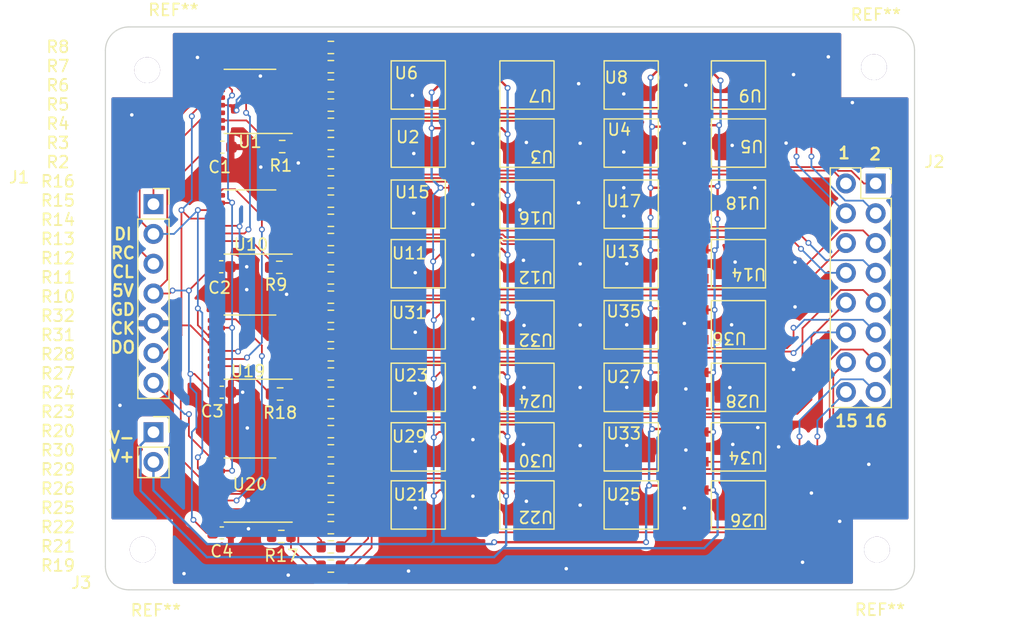
<source format=kicad_pcb>
(kicad_pcb (version 20211014) (generator pcbnew)
  (layers (0 "F.Cu" signal) (31 "B.Cu" signal) (34 "B.Paste" user) (35 "F.Paste" user) (36 "B.SilkS" user "B.Silkscreen") (37 "F.SilkS" user "F.Silkscreen") (38 "B.Mask" user) (39 "F.Mask" user) (44 "Edge.Cuts" user))
  (net 0 "")
  (net 1 "/DIN")
  (net 2 "/RCLK")
  (net 3 "/CLR")
  (net 4 "+5V")
  (net 5 "GND")
  (net 6 "/CLK")
  (net 7 "/Dout")
  (net 8 "/OUT1")
  (net 9 "/OUT2")
  (net 10 "/OUT3")
  (net 11 "/OUT4")
  (net 12 "/V-")
  (net 13 "/V+")
  (net 14 "/SH1_QA")
  (net 15 "Net-(R1-Pad2)")
  (net 16 "/SH1_QB")
  (net 17 "Net-(R2-Pad2)")
  (net 18 "/SH1_QC")
  (net 19 "Net-(R3-Pad2)")
  (net 20 "/SH1_QD")
  (net 21 "Net-(R4-Pad2)")
  (net 22 "/SH1_QE")
  (net 23 "Net-(R5-Pad2)")
  (net 24 "/SH1_QF")
  (net 25 "Net-(R6-Pad2)")
  (net 26 "/SH1_QG")
  (net 27 "Net-(R7-Pad2)")
  (net 28 "/SH1_QH")
  (net 29 "Net-(R8-Pad2)")
  (net 30 "/SH2_QA")
  (net 31 "Net-(R9-Pad2)")
  (net 32 "/SH2_QB")
  (net 33 "Net-(R10-Pad2)")
  (net 34 "/SH2_QC")
  (net 35 "Net-(R11-Pad2)")
  (net 36 "/SH2_QD")
  (net 37 "Net-(R12-Pad2)")
  (net 38 "/SH2_QE")
  (net 39 "Net-(R13-Pad2)")
  (net 40 "/SH2_QF")
  (net 41 "Net-(R14-Pad2)")
  (net 42 "/SH2_QG")
  (net 43 "Net-(R15-Pad2)")
  (net 44 "/SH2_QH")
  (net 45 "Net-(R16-Pad2)")
  (net 46 "Net-(U1-Pad9)")
  (net 47 "/OUT5")
  (net 48 "/OUT6")
  (net 49 "/OUT7")
  (net 50 "/OUT8")
  (net 51 "/OUT13")
  (net 52 "/OUT14")
  (net 53 "/OUT15")
  (net 54 "/OUT16")
  (net 55 "/SH4_QA")
  (net 56 "Net-(R17-Pad2)")
  (net 57 "/SH3_QA")
  (net 58 "Net-(R18-Pad2)")
  (net 59 "/SH4_QB")
  (net 60 "Net-(R19-Pad2)")
  (net 61 "/SH3_QB")
  (net 62 "Net-(R20-Pad2)")
  (net 63 "/SH4_QC")
  (net 64 "Net-(R21-Pad2)")
  (net 65 "/SH4_QD")
  (net 66 "Net-(R22-Pad2)")
  (net 67 "/SH3_QC")
  (net 68 "Net-(R23-Pad2)")
  (net 69 "/SH3_QD")
  (net 70 "Net-(R24-Pad2)")
  (net 71 "/SH4_QE")
  (net 72 "Net-(R25-Pad2)")
  (net 73 "/SH4_QF")
  (net 74 "Net-(R26-Pad2)")
  (net 75 "/SH3_QE")
  (net 76 "Net-(R27-Pad2)")
  (net 77 "/SH3_QF")
  (net 78 "Net-(R28-Pad2)")
  (net 79 "/SH4_QG")
  (net 80 "Net-(R29-Pad2)")
  (net 81 "/SH4_QH")
  (net 82 "Net-(R30-Pad2)")
  (net 83 "/SH3_QG")
  (net 84 "Net-(R31-Pad2)")
  (net 85 "/SH3_QH")
  (net 86 "Net-(R32-Pad2)")
  (net 87 "Net-(U10-Pad9)")
  (net 88 "Net-(U19-Pad9)")
  (net 89 "/OUT9")
  (net 90 "/OUT10")
  (net 91 "/OUT11")
  (net 92 "/OUT12")
  (footprint "Resistor_SMD:R_0603_1608Metric" (layer "F.Cu") (at 104.053 72.17196)
    (fp_text reference "R3")
    (fp_text value "470")
  )
  (footprint "keigo_custom_footprint:TLP176GA" (layer "F.Cu") (at 120.777 98.044 180)
    (fp_text reference "U30")
    (fp_text value "TLP176GA")
  )
  (footprint "Resistor_SMD:R_0603_1608Metric" (layer "F.Cu") (at 99.728 93.532)
    (fp_text reference "R18")
    (fp_text value "470")
  )
  (footprint "keigo_custom_footprint:TLP176GA" (layer "F.Cu") (at 111.506 87.63)
    (fp_text reference "U31")
    (fp_text value "TLP176GA")
  )
  (footprint "Resistor_SMD:R_0603_1608Metric" (layer "F.Cu") (at 104.053 80.36192)
    (fp_text reference "R13")
    (fp_text value "470")
  )
  (footprint "Capacitor_SMD:C_0603_1608Metric" (layer "F.Cu") (at 94.753 93.382)
    (fp_text reference "C3")
    (fp_text value "0.1u")
  )
  (footprint "Resistor_SMD:R_0603_1608Metric" (layer "F.Cu") (at 104.053 85.275896)
    (fp_text reference "R10")
    (fp_text value "470")
  )
  (footprint "Connector_PinSocket_2.54mm:PinSocket_1x07_P2.54mm_Vertical" (layer "F.Cu") (at 88.925 77.343)
    (fp_text reference "J1")
    (fp_text value "signals")
  )
  (footprint "Resistor_SMD:R_0603_1608Metric" (layer "F.Cu") (at 104.053 100.017824)
    (fp_text reference "R29")
    (fp_text value "470")
  )
  (footprint "Resistor_SMD:R_0603_1608Metric" (layer "F.Cu") (at 104.053 108.20779)
    (fp_text reference "R19")
    (fp_text value "470")
  )
  (footprint "Resistor_SMD:R_0603_1608Metric" (layer "F.Cu") (at 99.658 82.732)
    (fp_text reference "R9")
    (fp_text value "470")
  )
  (footprint "Resistor_SMD:R_0603_1608Metric" (layer "F.Cu") (at 104.053 98.379832)
    (fp_text reference "R30")
    (fp_text value "470")
  )
  (footprint "Resistor_SMD:R_0603_1608Metric" (layer "F.Cu") (at 104.053 88.55188)
    (fp_text reference "R31")
    (fp_text value "470")
  )
  (footprint "keigo_custom_footprint:TLP176GA" (layer "F.Cu") (at 129.667 72.136)
    (fp_text reference "U4")
    (fp_text value "TLP176GA")
  )
  (footprint "keigo_custom_footprint:TLP176GA" (layer "F.Cu") (at 138.811 87.63 180)
    (fp_text reference "U36")
    (fp_text value "TLP176GA")
  )
  (footprint "Resistor_SMD:R_0603_1608Metric" (layer "F.Cu") (at 104.053 103.293808)
    (fp_text reference "R25")
    (fp_text value "470")
  )
  (footprint "MountingHole:MountingHole_2.2mm_M2_DIN965" (layer "F.Cu") (at 150.622 106.807)
    (fp_text reference "REF**")
    (fp_text value "MountingHole_2.2mm_M2_DIN965")
  )
  (footprint "keigo_custom_footprint:TLP176GA" (layer "F.Cu") (at 120.777 102.997 180)
    (fp_text reference "U22")
    (fp_text value "TLP176GA")
  )
  (footprint "Capacitor_SMD:C_0603_1608Metric" (layer "F.Cu") (at 94.803 72.482)
    (fp_text reference "C1")
    (fp_text value "0.1u")
  )
  (footprint "Package_SO:TSSOP-16_4.4x5mm_P0.65mm" (layer "F.Cu") (at 97.155 101.727 180)
    (fp_text reference "U20")
    (fp_text value "74HC595")
  )
  (footprint "Capacitor_SMD:C_0603_1608Metric" (layer "F.Cu") (at 94.753 105.382)
    (fp_text reference "C4")
    (fp_text value "0.1u")
  )
  (footprint "keigo_custom_footprint:TLP176GA" (layer "F.Cu") (at 138.811 67.183 180)
    (fp_text reference "U9")
    (fp_text value "TLP176GA")
  )
  (footprint "keigo_custom_footprint:TLP176GA" (layer "F.Cu") (at 120.777 87.63 180)
    (fp_text reference "U32")
    (fp_text value "TLP176GA")
  )
  (footprint "keigo_custom_footprint:TLP176GA" (layer "F.Cu") (at 120.777 92.964 180)
    (fp_text reference "U24")
    (fp_text value "TLP176GA")
  )
  (footprint "keigo_custom_footprint:TLP176GA" (layer "F.Cu") (at 120.777 72.136 180)
    (fp_text reference "U3")
    (fp_text value "TLP176GA")
  )
  (footprint "keigo_custom_footprint:TLP176GA" (layer "F.Cu") (at 120.777 67.183 180)
    (fp_text reference "U7")
    (fp_text value "TLP176GA")
  )
  (footprint "Resistor_SMD:R_0603_1608Metric" (layer "F.Cu") (at 104.053 70.533968)
    (fp_text reference "R4")
    (fp_text value "470")
  )
  (footprint "Resistor_SMD:R_0603_1608Metric" (layer "F.Cu") (at 104.053 77.085936)
    (fp_text reference "R15")
    (fp_text value "470")
  )
  (footprint "keigo_custom_footprint:TLP176GA" (layer "F.Cu") (at 138.811 72.136 180)
    (fp_text reference "U5")
    (fp_text value "TLP176GA")
  )
  (footprint "Resistor_SMD:R_0603_1608Metric" (layer "F.Cu") (at 104.053 104.9318)
    (fp_text reference "R22")
    (fp_text value "470")
  )
  (footprint "keigo_custom_footprint:TLP176GA" (layer "F.Cu") (at 129.667 77.343)
    (fp_text reference "U17")
    (fp_text value "TLP176GA")
  )
  (footprint "Connector_PinSocket_2.54mm:PinSocket_2x08_P2.54mm_Vertical" (layer "F.Cu") (at 150.515 75.58)
    (fp_text reference "J2")
    (fp_text value "output")
  )
  (footprint "Resistor_SMD:R_0603_1608Metric" (layer "F.Cu") (at 104.053 90.189872)
    (fp_text reference "R28")
    (fp_text value "470")
  )
  (footprint "keigo_custom_footprint:TLP176GA" (layer "F.Cu") (at 129.667 102.997)
    (fp_text reference "U25")
    (fp_text value "TLP176GA")
  )
  (footprint "Resistor_SMD:R_0603_1608Metric" (layer "F.Cu") (at 104.053 96.74184)
    (fp_text reference "R20")
    (fp_text value "470")
  )
  (footprint "MountingHole:MountingHole_2.2mm_M2_DIN965" (layer "F.Cu") (at 150.368 65.659)
    (fp_text reference "REF**")
    (fp_text value "MountingHole_2.2mm_M2_DIN965")
  )
  (footprint "keigo_custom_footprint:TLP176GA" (layer "F.Cu") (at 111.506 92.964)
    (fp_text reference "U23")
    (fp_text value "TLP176GA")
  )
  (footprint "keigo_custom_footprint:TLP176GA" (layer "F.Cu") (at 138.811 92.964 180)
    (fp_text reference "U28")
    (fp_text value "TLP176GA")
  )
  (footprint "keigo_custom_footprint:TLP176GA" (layer "F.Cu") (at 138.811 77.343 180)
    (fp_text reference "U18")
    (fp_text value "TLP176GA")
  )
  (footprint "MountingHole:MountingHole_2.2mm_M2_DIN965" (layer "F.Cu") (at 88.011 106.807)
    (fp_text reference "REF**")
    (fp_text value "MountingHole_2.2mm_M2_DIN965")
  )
  (footprint "keigo_custom_footprint:TLP176GA" (layer "F.Cu") (at 138.811 98.044 180)
    (fp_text reference "U34")
    (fp_text value "TLP176GA")
  )
  (footprint "keigo_custom_footprint:TLP176GA" (layer "F.Cu") (at 120.777 82.423 180)
    (fp_text reference "U12")
    (fp_text value "TLP176GA")
  )
  (footprint "keigo_custom_footprint:TLP176GA" (layer "F.Cu") (at 138.811 82.423 180)
    (fp_text reference "U14")
    (fp_text value "TLP176GA")
  )
  (footprint "Resistor_SMD:R_0603_1608Metric" (layer "F.Cu") (at 104.053 83.637904)
    (fp_text reference "R11")
    (fp_text value "470")
  )
  (footprint "Resistor_SMD:R_0603_1608Metric" (layer "F.Cu") (at 99.903 72.432)
    (fp_text reference "R1")
    (fp_text value "470")
  )
  (footprint "Package_SO:TSSOP-16_4.4x5mm_P0.65mm" (layer "F.Cu") (at 97.155 89.535 180)
    (fp_text reference "U19")
    (fp_text value "74HC595")
  )
  (footprint "keigo_custom_footprint:TLP176GA" (layer "F.Cu") (at 129.667 67.183)
    (fp_text reference "U8")
    (fp_text value "TLP176GA")
  )
  (footprint "Resistor_SMD:R_0603_1608Metric" (layer "F.Cu") (at 104.053 63.982)
    (fp_text reference "R8")
    (fp_text value "470")
  )
  (footprint "Resistor_SMD:R_0603_1608Metric" (layer "F.Cu") (at 104.053 95.103848)
    (fp_text reference "R23")
    (fp_text value "470")
  )
  (footprint "Resistor_SMD:R_0603_1608Metric" (layer "F.Cu") (at 104.053 106.569792)
    (fp_text reference "R21")
    (fp_text value "470")
  )
  (footprint "Resistor_SMD:R_0603_1608Metric" (layer "F.Cu") (at 104.053 101.655816)
    (fp_text reference "R26")
    (fp_text value "470")
  )
  (footprint "keigo_custom_footprint:TLP176GA" (layer "F.Cu") (at 120.777 77.343 180)
    (fp_text reference "U16")
    (fp_text value "TLP176GA")
  )
  (footprint "Resistor_SMD:R_0603_1608Metric" (layer "F.Cu") (at 104.053 75.447944)
    (fp_text reference "R16")
    (fp_text value "470")
  )
  (footprint "Resistor_SMD:R_0603_1608Metric" (layer "F.Cu") (at 104.053 68.895976)
    (fp_text reference "R5")
    (fp_text value "470")
  )
  (footprint "Resistor_SMD:R_0603_1608Metric" (layer "F.Cu") (at 104.053 78.723928)
    (fp_text reference "R14")
    (fp_text value "470")
  )
  (footprint "Resistor_SMD:R_0603_1608Metric" (layer "F.Cu") (at 104.053 81.999912)
    (fp_text reference "R12")
    (fp_text value "470")
  )
  (footprint "keigo_custom_footprint:TLP176GA" (layer "F.Cu") (at 111.506 82.423)
    (fp_text reference "U11")
    (fp_text value "TLP176GA")
  )
  (footprint "Resistor_SMD:R_0603_1608Metric" (layer "F.Cu") (at 104.053 67.257984)
    (fp_text reference "R6")
    (fp_text value "470")
  )
  (footprint "keigo_custom_footprint:TLP176GA" (layer "F.Cu") (at 129.667 98.044)
    (fp_text reference "U33")
    (fp_text value "TLP176GA")
  )
  (footprint "keigo_custom_footprint:TLP176GA" (layer "F.Cu") (at 129.667 87.63)
    (fp_text reference "U35")
    (fp_text value "TLP176GA")
  )
  (footprint "keigo_custom_footprint:TLP176GA" (layer "F.Cu") (at 138.811 102.997 180)
    (fp_text reference "U26")
    (fp_text value "TLP176GA")
  )
  (footprint "MountingHole:MountingHole_2.2mm_M2_DIN965" (layer "F.Cu") (at 88.392 65.913)
    (fp_text reference "REF**")
    (fp_text value "MountingHole_2.2mm_M2_DIN965")
  )
  (footprint "Resistor_SMD:R_0603_1608Metric" (layer "F.Cu") (at 104.053 65.619992)
    (fp_text reference "R7")
    (fp_text value "470")
  )
  (footprint "keigo_custom_footprint:TLP176GA" (layer "F.Cu") (at 111.506 67.183)
    (fp_text reference "U6")
    (fp_text value "TLP176GA")
  )
  (footprint "Resistor_SMD:R_0603_1608Metric" (layer "F.Cu") (at 104.053 73.809952)
    (fp_text reference "R2")
    (fp_text value "470")
  )
  (footprint "keigo_custom_footprint:TLP176GA" (layer "F.Cu") (at 129.667 92.964)
    (fp_text reference "U27")
    (fp_text value "TLP176GA")
  )
  (footprint "keigo_custom_footprint:TLP176GA" (layer "F.Cu") (at 111.506 77.343)
    (fp_text reference "U15")
    (fp_text value "TLP176GA")
  )
  (footprint "Connector_PinSocket_2.54mm:PinSocket_1x02_P2.54mm_Vertical" (layer "F.Cu") (at 88.925 96.794)
    (fp_text reference "J3")
    (fp_text value "source")
  )
  (footprint "Capacitor_SMD:C_0603_1608Metric" (layer "F.Cu") (at 94.703 82.682)
    (fp_text reference "C2")
    (fp_text value "0.1u")
  )
  (footprint "Resistor_SMD:R_0603_1608Metric" (layer "F.Cu") (at 99.828 105.682)
    (fp_text reference "R17")
    (fp_text value "470")
  )
  (footprint "keigo_custom_footprint:TLP176GA" (layer "F.Cu") (at 111.506 102.997)
    (fp_text reference "U21")
    (fp_text value "TLP176GA")
  )
  (footprint "Package_SO:TSSOP-16_4.4x5mm_P0.65mm" (layer "F.Cu") (at 97.155 78.867 180)
    (fp_text reference "U10")
    (fp_text value "74HC595")
  )
  (footprint "keigo_custom_footprint:TLP176GA" (layer "F.Cu") (at 111.506 98.044)
    (fp_text reference "U29")
    (fp_text value "TLP176GA")
  )
  (footprint "keigo_custom_footprint:TLP176GA" (layer "F.Cu") (at 129.667 82.423)
    (fp_text reference "U13")
    (fp_text value "TLP176GA")
  )
  (footprint "Package_SO:TSSOP-16_4.4x5mm_P0.65mm" (layer "F.Cu") (at 97.155 68.58 180)
    (fp_text reference "U1")
    (fp_text value "74HC595")
  )
  (footprint "Resistor_SMD:R_0603_1608Metric" (layer "F.Cu") (at 104.053 91.827864)
    (fp_text reference "R27")
    (fp_text value "470")
  )
  (footprint "keigo_custom_footprint:TLP176GA" (layer "F.Cu") (at 111.506 72.136)
    (fp_text reference "U2")
    (fp_text value "TLP176GA")
  )
  (footprint "Resistor_SMD:R_0603_1608Metric" (layer "F.Cu") (at 104.053 93.465856)
    (fp_text reference "R24")
    (fp_text value "470")
  )
  (footprint "Resistor_SMD:R_0603_1608Metric" (layer "F.Cu") (at 104.053 86.913888)
    (fp_text reference "R32")
    (fp_text value "470")
  )
  (gr_arc (start 151.828 62.232) (mid 153.242214 62.817786) (end 153.828 64.232) (layer "Edge.Cuts") (width 0.1))
  (gr_line (start 151.828 62.232) (end 86.828 62.232) (layer "Edge.Cuts") (width 0.1))
  (gr_line (start 153.828 108.232) (end 153.828 64.232) (layer "Edge.Cuts") (width 0.1))
  (gr_arc (start 86.828 110.232) (mid 85.413786 109.646214) (end 84.828 108.232) (layer "Edge.Cuts") (width 0.1))
  (gr_line (start 86.828 110.232) (end 151.828 110.232) (layer "Edge.Cuts") (width 0.1))
  (gr_line (start 84.828 64.232) (end 84.828 108.232) (layer "Edge.Cuts") (width 0.1))
  (gr_arc (start 153.828 108.232) (mid 153.242214 109.646214) (end 151.828 110.232) (layer "Edge.Cuts") (width 0.1))
  (gr_arc (start 84.828 64.232) (mid 85.413786 62.817786) (end 86.828 62.232) (layer "Edge.Cuts") (width 0.1))
  (gr_text "16\n\n" (at 150.528 96.632) (layer "F.SilkS") (effects (font (size 1 1) (thickness 0.2))))
  (gr_text "1\n" (at 147.828 72.982) (layer "F.SilkS") (effects (font (size 1 1) (thickness 0.2))))
  (gr_text "DI\nRC\nCL\n5V\nGD\nCK\nDO" (at 86.323 84.723) (layer "F.SilkS") (effects (font (size 1 1) (thickness 0.2))))
  (gr_text "15\n" (at 148.028 95.832) (layer "F.SilkS") (effects (font (size 1 1) (thickness 0.2))))
  (gr_text "2\n" (at 150.478 73.082) (layer "F.SilkS") (effects (font (size 1 1) (thickness 0.2))))
  (gr_text "V-\nV+" (at 86.233 98.044) (layer "F.SilkS") (effects (font (size 1 1) (thickness 0.2))))
  (segment (start 93.513 69.555) (end 94.2925 69.555) (width 0.15) (layer "F.Cu") (net 1))
  (segment (start 88.925 77.343) (end 88.925 74.143) (width 0.15) (layer "F.Cu") (net 1))
  (segment (start 88.925 74.143) (end 93.513 69.555) (width 0.15) (layer "F.Cu") (net 1))
  (segment (start 93.603959 88.56) (end 92.71 87.666041) (width 0.15) (layer "F.Cu") (net 2))
  (segment (start 94.2515 77.851) (end 94.2925 77.892) (width 0.15) (layer "F.Cu") (net 2))
  (segment (start 93.603959 100.752) (end 94.2925 100.752) (width 0.15) (layer "F.Cu") (net 2))
  (segment (start 94.2925 88.56) (end 93.603959 88.56) (width 0.15) (layer "F.Cu") (net 2))
  (segment (start 92.71 99.858041) (end 93.603959 100.752) (width 0.15) (layer "F.Cu") (net 2))
  (segment (start 93.422402 67.605) (end 94.2925 67.605) (width 0.15) (layer "F.Cu") (net 2))
  (segment (start 88.925 79.883) (end 87.75 78.708) (width 0.15) (layer "F.Cu") (net 2))
  (segment (start 92.71 87.666041) (end 92.71 86.233) (width 0.15) (layer "F.Cu") (net 2))
  (segment (start 91.473201 69.554201) (end 91.473201 69.545603) (width 0.15) (layer "F.Cu") (net 2))
  (segment (start 87.75 78.708) (end 87.75 73.277402) (width 0.15) (layer "F.Cu") (net 2))
  (segment (start 92.71 98.933) (end 92.71 99.858041) (width 0.15) (layer "F.Cu") (net 2))
  (segment (start 92.71 77.851) (end 94.2515 77.851) (width 0.15) (layer "F.Cu") (net 2))
  (segment (start 91.473201 69.545603) (end 91.897603 69.121201) (width 0.15) (layer "F.Cu") (net 2))
  (segment (start 91.906201 69.121201) (end 93.422402 67.605) (width 0.15) (layer "F.Cu") (net 2))
  (segment (start 91.897603 69.121201) (end 91.906201 69.121201) (width 0.15) (layer "F.Cu") (net 2))
  (segment (start 87.75 73.277402) (end 91.473201 69.554201) (width 0.15) (layer "F.Cu") (net 2))
  (via (at 92.71 77.851) (size 0.5) (drill 0.3) (layers "F.Cu" "B.Cu") (net 2))
  (via (at 92.71 86.233) (size 0.5) (drill 0.3) (layers "F.Cu" "B.Cu") (net 2))
  (via (at 92.71 98.933) (size 0.5) (drill 0.3) (layers "F.Cu" "B.Cu") (net 2))
  (segment (start 93.091 86.614) (end 93.091 98.552) (width 0.15) (layer "B.Cu") (net 2))
  (segment (start 92.71 86.233) (end 93.091 86.614) (width 0.15) (layer "B.Cu") (net 2))
  (segment (start 93.091 98.552) (end 92.71 98.933) (width 0.15) (layer "B.Cu") (net 2))
  (segment (start 88.925 79.883) (end 90.678 79.883) (width 0.15) (layer "B.Cu") (net 2))
  (segment (start 92.71 77.851) (end 92.71 86.233) (width 0.15) (layer "B.Cu") (net 2))
  (segment (start 90.678 79.883) (end 92.71 77.851) (width 0.15) (layer "B.Cu") (net 2))
  (segment (start 95.631 67.604959) (end 95.631 68.072) (width 0.15) (layer "F.Cu") (net 3))
  (segment (start 94.981041 66.955) (end 95.631 67.604959) (width 0.15) (layer "F.Cu") (net 3))
  (segment (start 94.3185 87.884) (end 94.2925 87.91) (width 0.15) (layer "F.Cu") (net 3))
  (segment (start 94.2925 77.242) (end 95.605 77.242) (width 0.15) (layer "F.Cu") (net 3))
  (segment (start 91.0237 69.368012) (end 91.0237 69.359414) (width 0.15) (layer "F.Cu") (net 3))
  (segment (start 94.2925 66.955) (end 94.981041 66.955) (width 0.15) (layer "F.Cu") (net 3))
  (segment (start 86.868 80.366) (end 86.868 73.523712) (width 0.15) (layer "F.Cu") (net 3))
  (segment (start 91.0237 69.359414) (end 91.711414 68.6717) (width 0.15) (layer "F.Cu") (net 3))
  (segment (start 88.925 82.423) (end 86.868 80.366) (width 0.15) (layer "F.Cu") (net 3))
  (segment (start 93.436712 66.955) (end 94.2925 66.955) (width 0.15) (layer "F.Cu") (net 3))
  (segment (start 86.868 73.523712) (end 91.0237 69.368012) (width 0.15) (layer "F.Cu") (net 3))
  (segment (start 91.711414 68.6717) (end 91.720012 68.6717) (width 0.15) (layer "F.Cu") (net 3))
  (segment (start 94.3185 100.076) (end 94.2925 100.102) (width 0.15) (layer "F.Cu") (net 3))
  (segment (start 95.631 100.076) (end 94.3185 100.076) (width 0.15) (layer "F.Cu") (net 3))
  (segment (start 95.631 87.884) (end 94.3185 87.884) (width 0.15) (layer "F.Cu") (net 3))
  (segment (start 91.720012 68.6717) (end 93.436712 66.955) (width 0.15) (layer "F.Cu") (net 3))
  (segment (start 95.605 77.242) (end 95.631 77.216) (width 0.15) (layer "F.Cu") (net 3))
  (via (at 95.631 77.216) (size 0.5) (drill 0.3) (layers "F.Cu" "B.Cu") (net 3))
  (via (at 95.631 68.072) (size 0.5) (drill 0.3) (layers "F.Cu" "B.Cu") (net 3))
  (via (at 95.631 100.076) (size 0.5) (drill 0.3) (layers "F.Cu" "B.Cu") (net 3))
  (via (at 95.631 87.884) (size 0.5) (drill 0.3) (layers "F.Cu" "B.Cu") (net 3))
  (segment (start 95.631 68.072) (end 95.2835 68.4195) (width 0.15) (layer "B.Cu") (net 3))
  (segment (start 95.2835 68.4195) (end 95.2835 76.8685) (width 0.15) (layer "B.Cu") (net 3))
  (segment (start 95.631 87.884) (end 95.631 100.076) (width 0.15) (layer "B.Cu") (net 3))
  (segment (start 95.2835 76.8685) (end 95.631 77.216) (width 0.15) (layer "B.Cu") (net 3))
  (segment (start 95.631 77.216) (end 95.631 87.884) (width 0.15) (layer "B.Cu") (net 3))
  (segment (start 93.9535 92.149) (end 94.2925 91.81) (width 0.15) (layer "F.Cu") (net 4))
  (segment (start 94.0805 104.214) (end 94.0805 105.382) (width 0.15) (layer "F.Cu") (net 4))
  (segment (start 94.2925 104.002) (end 94.0805 104.214) (width 0.15) (layer "F.Cu") (net 4))
  (segment (start 92.075 91.821) (end 92.417 91.821) (width 0.15) (layer "F.Cu") (net 4))
  (segment (start 92.417 91.821) (end 93.978 93.382) (width 0.15) (layer "F.Cu") (net 4))
  (segment (start 93.444 105.382) (end 92.329 104.267) (width 0.15) (layer "F.Cu") (net 4))
  (segment (start 94.2925 81.142) (end 94.2925 82.211) (width 0.15) (layer "F.Cu") (net 4))
  (segment (start 88.925 84.963) (end 90.102472 83.785528) (width 0.15) (layer "F.Cu") (net 4))
  (segment (start 90.102472 75.987028) (end 94.2925 71.797) (width 0.15) (layer "F.Cu") (net 4))
  (segment (start 88.925 84.963) (end 90.297 84.963) (width 0.15) (layer "F.Cu") (net 4))
  (segment (start 94.2925 82.211) (end 94.2075 82.296) (width 0.15) (layer "F.Cu") (net 4))
  (segment (start 90.297 84.963) (end 90.551 84.709) (width 0.15) (layer "F.Cu") (net 4))
  (segment (start 94.0805 105.382) (end 93.444 105.382) (width 0.15) (layer "F.Cu") (net 4))
  (segment (start 93.9535 93.3575) (end 93.978 93.382) (width 0.15) (layer "F.Cu") (net 4))
  (segment (start 93.9535 92.149) (end 93.9535 93.3575) (width 0.15) (layer "F.Cu") (net 4))
  (segment (start 94.2925 70.855) (end 94.2925 71.797) (width 0.15) (layer "F.Cu") (net 4))
  (segment (start 90.102472 83.785528) (end 90.102472 75.987028) (width 0.15) (layer "F.Cu") (net 4))
  (segment (start 91.948 84.709) (end 94.2075 82.4495) (width 0.15) (layer "F.Cu") (net 4))
  (segment (start 94.2075 82.4495) (end 94.2075 82.296) (width 0.15) (layer "F.Cu") (net 4))
  (via (at 92.075 91.821) (size 0.5) (drill 0.3) (layers "F.Cu" "B.Cu") (net 4))
  (via (at 90.551 84.709) (size 0.5) (drill 0.3) (layers "F.Cu" "B.Cu") (net 4))
  (via (at 91.948 84.709) (size 0.5) (drill 0.3) (layers "F.Cu" "B.Cu") (net 4))
  (via (at 92.329 104.267) (size 0.5) (drill 0.3) (layers "F.Cu" "B.Cu") (net 4))
  (segment (start 91.948 91.694) (end 92.075 91.821) (width 0.15) (layer "B.Cu") (net 4))
  (segment (start 92.583 93.472) (end 92.583 96.393) (width 0.15) (layer "B.Cu") (net 4))
  (segment (start 92.075 91.821) (end 92.075 92.964) (width 0.15) (layer "B.Cu") (net 4))
  (segment (start 92.202 104.14) (end 92.329 104.267) (width 0.15) (layer "B.Cu") (net 4))
  (segment (start 92.202 96.774) (end 92.202 104.14) (width 0.15) (layer "B.Cu") (net 4))
  (segment (start 92.075 92.964) (end 92.583 93.472) (width 0.15) (layer "B.Cu") (net 4))
  (segment (start 92.583 96.393) (end 92.202 96.774) (width 0.15) (layer "B.Cu") (net 4))
  (segment (start 90.551 84.709) (end 91.948 84.709) (width 0.15) (layer "B.Cu") (net 4))
  (segment (start 91.948 84.709) (end 91.948 91.694) (width 0.15) (layer "B.Cu") (net 4))
  (segment (start 141.961 81.153) (end 143.104 82.296) (width 0.15) (layer "F.Cu") (net 5))
  (segment (start 96.21 79.192) (end 96.266 79.248) (width 0.15) (layer "F.Cu") (net 5))
  (segment (start 95.575 68.905) (end 96.012 69.342) (width 0.15) (layer "F.Cu") (net 5))
  (segment (start 140.335 76.073) (end 141.961 76.073) (width 0.15) (layer "F.Cu") (net 5))
  (segment (start 95.4085 82.682) (end 96.878 82.682) (width 0.15) (layer "F.Cu") (net 5))
  (segment (start 94.2925 89.86) (end 96.083 89.86) (width 0.15) (layer "F.Cu") (net 5))
  (segment (start 143.104 82.296) (end 143.637 82.296) (width 0.15) (layer "F.Cu") (net 5))
  (segment (start 96.464 102.052) (end 97.028 102.616) (width 0.15) (layer "F.Cu") (net 5))
  (segment (start 99.176 66.305) (end 100.0175 66.305) (width 0.15) (layer "F.Cu") (net 5))
  (segment (start 140.208 75.946) (end 140.335 76.073) (width 0.15) (layer "F.Cu") (net 5))
  (segment (start 94.2925 102.052) (end 96.464 102.052) (width 0.15) (layer "F.Cu") (net 5))
  (segment (start 142.113 72.136) (end 141.961 71.984) (width 0.15) (layer "F.Cu") (net 5))
  (segment (start 96.083 89.86) (end 96.139 89.916) (width 0.15) (layer "F.Cu") (net 5))
  (segment (start 141.961 91.694) (end 143.256 91.694) (width 0.15) (layer "F.Cu") (net 5))
  (segment (start 142.875 72.136) (end 142.113 72.136) (width 0.15) (layer "F.Cu") (net 5))
  (segment (start 143.637 86.106) (end 143.383 86.36) (width 0.15) (layer "F.Cu") (net 5))
  (segment (start 99.06 66.421) (end 99.176 66.305) (width 0.15) (layer "F.Cu") (net 5))
  (segment (start 141.961 65.913) (end 143.129 65.913) (width 0.15) (layer "F.Cu") (net 5))
  (segment (start 94.2925 79.192) (end 96.21 79.192) (width 0.15) (layer "F.Cu") (net 5))
  (segment (start 94.2925 68.905) (end 95.575 68.905) (width 0.15) (layer "F.Cu") (net 5))
  (segment (start 97.028 105.029) (end 96.675 105.382) (width 0.15) (layer "F.Cu") (net 5))
  (segment (start 98.044 66.421) (end 99.06 66.421) (width 0.15) (layer "F.Cu") (net 5))
  (segment (start 141.961 71.984) (end 141.961 70.866) (width 0.15) (layer "F.Cu") (net 5))
  (segment (start 143.383 86.36) (end 141.961 86.36) (width 0.15) (layer "F.Cu") (net 5))
  (segment (start 143.129 65.913) (end 143.51 66.294) (width 0.15) (layer "F.Cu") (net 5))
  (segment (start 143.256 91.694) (end 143.51 91.44) (width 0.15) (layer "F.Cu") (net 5))
  (segment (start 96.675 105.382) (end 95.2485 105.382) (width 0.15) (layer "F.Cu") (net 5))
  (via (at 138.328 97.832) (size 0.5) (drill 0.3) (layers "F.Cu" "B.Cu") (net 5))
  (via (at 98.044 66.421) (size 0.5) (drill 0.3) (layers "F.Cu" "B.Cu") (net 5))
  (via (at 86.069 94.502) (size 0.5) (drill 0.3) (layers "F.Cu" "B.Cu") (net 5))
  (via (at 129.032 78.359) (size 0.5) (drill 0.3) (layers "F.Cu" "B.Cu") (net 5))
  (via (at 143.51 66.294) (size 0.5) (drill 0.3) (layers "F.Cu" "B.Cu") (net 5))
  (via (at 129.286 97.917) (size 0.5) (drill 0.3) (layers "F.Cu" "B.Cu") (net 5))
  (via (at 125.312 82.437) (size 0.5) (drill 0.3) (layers "F.Cu" "B.Cu") (net 5))
  (via (at 142.24 98.044) (size 0.5) (drill 0.3) (layers "F.Cu" "B.Cu") (net 5))
  (via (at 138.228 87.632) (size 0.5) (drill 0.3) (layers "F.Cu" "B.Cu") (net 5))
  (via (at 111.252 98.425) (size 0.5) (drill 0.3) (layers "F.Cu" "B.Cu") (net 5))
  (via (at 134.329 93.105) (size 0.5) (drill 0.3) (layers "F.Cu" "B.Cu") (net 5))
  (via (at 96.878 84.632) (size 0.5) (drill 0.3) (layers "F.Cu" "B.Cu") (net 5))
  (via (at 111.125 73.025) (size 0.5) (drill 0.3) (layers "F.Cu" "B.Cu") (net 5))
  (via (at 144.278 107.882) (size 0.5) (drill 0.3) (layers "F.Cu" "B.Cu") (net 5))
  (via (at 96.928 96.432) (size 0.5) (drill 0.3) (layers "F.Cu" "B.Cu") (net 5))
  (via (at 111.125 78.105) (size 0.5) (drill 0.3) (layers "F.Cu" "B.Cu") (net 5))
  (via (at 145.034 101.981) (size 0.5) (drill 0.3) (layers "F.Cu" "B.Cu") (net 5))
  (via (at 116.168 81.675) (size 0.5) (drill 0.3) (layers "F.Cu" "B.Cu") (net 5))
  (via (at 98.078 74.182) (size 0.5) (drill 0.3) (layers "F.Cu" "B.Cu") (net 5))
  (via (at 111.252 83.185) (size 0.5) (drill 0.3) (layers "F.Cu" "B.Cu") (net 5))
  (via (at 129.286 92.964) (size 0.5) (drill 0.3) (layers "F.Cu" "B.Cu") (net 5))
  (via (at 111.252 103.251) (size 0.5) (drill 0.3) (layers "F.Cu" "B.Cu") (net 5))
  (via (at 101.278 73.832) (size 0.5) (drill 0.3) (layers "F.Cu" "B.Cu") (net 5))
  (via (at 134.202 87.517) (size 0.5) (drill 0.3) (layers "F.Cu" "B.Cu") (net 5))
  (via (at 134.202 72.15) (size 0.5) (drill 0.3) (layers "F.Cu" "B.Cu") (net 5))
  (via (at 120.528 92.982) (size 0.5) (drill 0.3) (layers "F.Cu" "B.Cu") (net 5))
  (via (at 91.53 108.853) (size 0.5) (drill 0.3) (layers "F.Cu" "B.Cu") (net 5))
  (via (at 111.252 93.472) (size 0.5) (drill 0.3) (layers "F.Cu" "B.Cu") (net 5))
  (via (at 125.312 92.978) (size 0.5) (drill 0.3) (layers "F.Cu" "B.Cu") (net 5))
  (via (at 125.185 77.23) (size 0.5) (drill 0.3) (layers "F.Cu" "B.Cu") (net 5))
  (via (at 138.528 82.282) (size 0.5) (drill 0.3) (layers "F.Cu" "B.Cu") (net 5))
  (via (at 129.286 87.63) (size 0.5) (drill 0.3) (layers "F.Cu" "B.Cu") (net 5))
  (via (at 129.032 72.898) (size 0.5) (drill 0.3) (layers "F.Cu" "B.Cu") (net 5))
  (via (at 100.278 85.032) (size 0.5) (drill 0.3) (layers "F.Cu" "B.Cu") (net 5))
  (via (at 129.032 75.946) (size 0.5) (drill 0.3) (layers "F.Cu" "B.Cu") (net 5))
  (via (at 92.678 64.832) (size 0.5) (drill 0.3) (layers "F.Cu" "B.Cu") (net 5))
  (via (at 111.252 88.265) (size 0.5) (drill 0.3) (layers "F.Cu" "B.Cu") (net 5))
  (via (at 96.139 89.916) (size 0.5) (drill 0.3) (layers "F.Cu" "B.Cu") (net 5))
  (via (at 129.286 82.423) (size 0.5) (drill 0.3) (layers "F.Cu" "B.Cu") (net 5))
  (via (at 134.329 98.312) (size 0.5) (drill 0.3) (layers "F.Cu" "B.Cu") (net 5))
  (via (at 129.032 67.945) (size 0.5) (drill 0.3) (layers "F.Cu" "B.Cu") (net 5))
  (via (at 142.875 72.136) (size 0.5) (drill 0.3) (layers "F.Cu" "B.Cu") (net 5))
  (via (at 96.878 82.682) (size 0.5) (drill 0.3) (layers "F.Cu" "B.Cu") (net 5))
  (via (at 120.528 87.682) (size 0.5) (drill 0.3) (layers "F.Cu" "B.Cu") (net 5))
  (via (at 149.928 99.532) (size 0.5) (drill 0.3) (layers "F.Cu" "B.Cu") (net 5))
  (via (at 124.128 108.432) (size 0.5) (drill 0.3) (layers "F.Cu" "B.Cu") (net 5))
  (via (at 97.028 102.616) (size 0.5) (drill 0.3) (layers "F.Cu" "B.Cu") (net 5))
  (via (at 120.478 82.132) (size 0.5) (drill 0.3) (layers "F.Cu" "B.Cu") (net 5))
  (via (at 110.998 68.072) (size 0.5) (drill 0.3) (layers "F.Cu" "B.Cu") (net 5))
  (via (at 125.312 72.15) (size 0.5) (drill 0.3) (layers "F.Cu" "B.Cu") (net 5))
  (via (at 143.637 86.106) (size 0.5) (drill 0.3) (layers "F.Cu" "B.Cu") (net 5))
  (via (at 87.078 69.732) (size 0.5) (drill 0.3) (layers "F.Cu" "B.Cu") (net 5))
  (via (at 134.202 103.265) (size 0.5) (drill 0.3) (layers "F.Cu" "B.Cu") (net 5))
  (via (at 147.447 104.394) (size 0.5) (drill 0.3) (layers "F.Cu" "B.Cu") (net 5))
  (via (at 140.462 96.393) (size 0.5) (drill 0.3) (layers "F.Cu" "B.Cu") (net 5))
  (via (at 116.168 102.249) (size 0.5) (drill 0.3) (layers "F.Cu" "B.Cu") (net 5))
  (via (at 116.168 72.15) (size 0.5) (drill 0.3) (layers "F.Cu" "B.Cu") (net 5))
  (via (at 96.266 79.248) (size 0.5) (drill 0.3) (layers "F.Cu" "B.Cu") (net 5))
  (via (at 143.637 82.296) (size 0.5) (drill 0.3) (layers "F.Cu" "B.Cu") (net 5))
  (via (at 96.012 69.342) (size 0.5) (drill 0.3) (layers "F.Cu" "B.Cu") (net 5))
  (via (at 120.478 97.832) (size 0.5) (drill 0.3) (layers "F.Cu" "B.Cu") (net 5))
  (via (at 100.42 108.98) (size 0.5) (drill 0.3) (layers "F.Cu" "B.Cu") (net 5))
  (via (at 143.51 91.44) (size 0.5) (drill 0.3) (layers "F.Cu" "B.Cu") (net 5))
  (via (at 97.028 105.029) (size 0.5) (drill 0.3) (layers "F.Cu" "B.Cu") (net 5))
  (via (at 140.208 75.946) (size 0.5) (drill 0.3) (layers "F.Cu" "B.Cu") (net 5))
  (via (at 96.531 93.382) (size 0.5) (drill 0.3) (layers "F.Cu" "B.Cu") (net 5))
  (via (at 120.728 72.082) (size 0.5) (drill 0.3) (layers "F.Cu" "B.Cu") (net 5))
  (via (at 148.528 68.682) (size 0.5) (drill 0.3) (layers "F.Cu" "B.Cu") (net 5))
  (via (at 138.278 72.332) (size 0.5) (drill 0.3) (layers "F.Cu" "B.Cu") (net 5))
  (via (at 125.312 87.644) (size 0.5) (drill 0.3) (layers "F.Cu" "B.Cu") (net 5))
  (via (at 125.312 103.011) (size 0.5) (drill 0.3) (layers "F.Cu" "B.Cu") (net 5))
  (via (at 110.678 108.632) (size 0.5) (drill 0.3) (layers "F.Cu" "B.Cu") (net 5))
  (via (at 146.478 64.782) (size 0.5) (drill 0.3) (layers "F.Cu" "B.Cu") (net 5))
  (via (at 129.286 102.87) (size 0.5) (drill 0.3) (layers "F.Cu" "B.Cu") (net 5))
  (via (at 116.168 87.136) (size 0.5) (drill 0.3) (layers "F.Cu" "B.Cu") (net 5))
  (via (at 116.168 97.423) (size 0.5) (drill 0.3) (layers "F.Cu" "B.Cu") (net 5))
  (via (at 125.185 67.07) (size 0.5) (drill 0.3) (layers "F.Cu" "B.Cu") (net 5))
  (via (at 134.329 67.197) (size 0.5) (drill 0.3) (layers "F.Cu" "B.Cu") (net 5))
  (via (at 125.312 97.931) (size 0.5) (drill 0.3) (layers "F.Cu" "B.Cu") (net 5))
  (via (at 120.178 77.832) (size 0.5) (drill 0.3) (layers "F.Cu" "B.Cu") (net 5))
  (via (at 116.295 92.978) (size 0.5) (drill 0.3) (layers "F.Cu" "B.Cu") (net 5))
  (via (at 138.078 92.982) (size 0.5) (drill 0.3) (layers "F.Cu" "B.Cu") (net 5))
  (via (at 116.168 77.357) (size 0.5) (drill 0.3) (layers "F.Cu" "B.Cu") (net 5))
  (via (at 120.728 102.682) (size 0.5) (drill 0.3) (layers "F.Cu" "B.Cu") (net 5))
  (segment (start 144.018 85.598) (end 144.018 85.725) (width 0.15) (layer "B.Cu") (net 5))
  (segment (start 144.018 82.677) (end 144.018 85.598) (width 0.15) (layer "B.Cu") (net 5))
  (segment (start 143.51 71.501) (end 142.875 72.136) (width 0.15) (layer "B.Cu") (net 5))
  (segment (start 111.252 93.472) (end 111.252 88.265) (width 0.15) (layer "B.Cu") (net 5))
  (segment (start 143.51 66.294) (end 143.51 71.501) (width 0.15) (layer "B.Cu") (net 5))
  (segment (start 96.266 79.248) (end 96.266 82.07) (width 0.15) (layer "B.Cu") (net 5))
  (segment (start 129.286 82.423) (end 129.286 78.613) (width 0.15) (layer "B.Cu") (net 5))
  (segment (start 129.286 87.63) (end 129.286 82.423) (width 0.15) (layer "B.Cu") (net 5))
  (segment (start 129.286 78.613) (end 129.032 78.359) (width 0.15) (layer "B.Cu") (net 5))
  (segment (start 96.012 68.453) (end 96.012 69.342) (width 0.15) (layer "B.Cu") (net 5))
  (segment (start 97.028 102.616) (end 97.028 105.029) (width 0.15) (layer "B.Cu") (net 5))
  (segment (start 142.875 72.136) (end 142.875 73.279) (width 0.15) (layer "B.Cu") (net 5))
  (segment (start 98.044 66.421) (end 96.012 68.453) (width 0.15) (layer "B.Cu") (net 5))
  (segment (start 145.034 101.981) (end 147.447 104.394) (width 0.15) (layer "B.Cu") (net 5))
  (segment (start 142.875 73.279) (end 140.208 75.946) (width 0.15) (layer "B.Cu") (net 5))
  (segment (start 129.286 97.917) (end 129.286 92.964) (width 0.15) (layer "B.Cu") (net 5))
  (segment (start 111.252 78.232) (end 111.125 78.105) (width 0.15) (layer "B.Cu") (net 5))
  (segment (start 129.032 75.946) (end 129.032 72.898) (width 0.15) (layer "B.Cu") (net 5))
  (segment (start 96.266 82.07) (end 96.878 82.682) (width 0.15) (layer "B.Cu") (net 5))
  (segment (start 129.286 102.87) (end 129.286 97.917) (width 0.15) (layer "B.Cu") (net 5))
  (segment (start 144.018 85.725) (end 143.637 86.106) (width 0.15) (layer "B.Cu") (net 5))
  (segment (start 111.252 88.265) (end 111.252 83.185) (width 0.15) (layer "B.Cu") (net 5))
  (segment (start 129.286 92.964) (end 129.286 87.63) (width 0.15) (layer "B.Cu") (net 5))
  (segment (start 111.125 68.199) (end 110.998 68.072) (width 0.15) (layer "B.Cu") (net 5))
  (segment (start 111.252 103.251) (end 111.252 98.425) (width 0.15) (layer "B.Cu") (net 5))
  (segment (start 111.125 73.025) (end 111.125 68.199) (width 0.15) (layer "B.Cu") (net 5))
  (segment (start 111.252 98.425) (end 111.252 93.472) (width 0.15) (layer "B.Cu") (net 5))
  (segment (start 143.637 82.296) (end 144.018 82.677) (width 0.15) (layer "B.Cu") (net 5))
  (segment (start 111.125 78.105) (end 111.125 73.025) (width 0.15) (layer "B.Cu") (net 5))
  (segment (start 129.032 72.898) (end 129.032 67.945) (width 0.15) (layer "B.Cu") (net 5))
  (segment (start 111.252 83.185) (end 111.252 78.232) (width 0.15) (layer "B.Cu") (net 5))
  (segment (start 92.197701 69.661258) (end 92.197701 69.845701) (width 0.15) (layer "F.Cu") (net 6))
  (segment (start 91.313 77.851) (end 91.313 87.63) (width 0.15) (layer "F.Cu") (net 6))
  (segment (start 91.313 88.519) (end 89.789 90.043) (width 0.15) (layer "F.Cu") (net 6))
  (segment (start 93.603959 68.255) (end 92.197701 69.661258) (width 0.15) (layer "F.Cu") (net 6))
  (segment (start 89.789 90.043) (end 88.925 90.043) (width 0.15) (layer "F.Cu") (net 6))
  (segment (start 93.603959 89.21) (end 94.2925 89.21) (width 0.15) (layer "F.Cu") (net 6))
  (segment (start 91.313 88.519) (end 91.253 88.579) (width 0.15) (layer "F.Cu") (net 6))
  (segment (start 94.259 78.5755) (end 92.0375 78.5755) (width 0.15) (layer "F.Cu") (net 6))
  (segment (start 92.075 87.681041) (end 93.603959 89.21) (width 0.15) (layer "F.Cu") (net 6))
  (segment (start 94.2925 68.255) (end 93.603959 68.255) (width 0.15) (layer "F.Cu") (net 6))
  (segment (start 93.603959 101.402) (end 94.2925 101.402) (width 0.15) (layer "F.Cu") (net 6))
  (segment (start 91.364041 87.681041) (end 91.313 87.63) (width 0.15) (layer "F.Cu") (net 6))
  (segment (start 91.313 87.63) (end 91.313 88.519) (width 0.15) (layer "F.Cu") (net 6))
  (segment (start 94.2925 78.542) (end 94.259 78.5755) (width 0.15) (layer "F.Cu") (net 6))
  (segment (start 92.0375 78.5755) (end 91.313 77.851) (width 0.15) (layer "F.Cu") (net 6))
  (segment (start 91.253 99.051041) (end 93.603959 101.402) (width 0.15) (layer "F.Cu") (net 6))
  (segment (start 91.253 88.579) (end 91.253 99.051041) (width 0.15) (layer "F.Cu") (net 6))
  (segment (start 92.075 87.681041) (end 91.364041 87.681041) (width 0.15) (layer "F.Cu") (net 6))
  (via (at 92.197701 69.845701) (size 0.5) (drill 0.3) (layers "F.Cu" "B.Cu") (net 6))
  (via (at 91.313 77.851) (size 0.5) (drill 0.3) (layers "F.Cu" "B.Cu") (net 6))
  (segment (start 92.197701 69.845701) (end 92.197701 76.966299) (width 0.15) (layer "B.Cu") (net 6))
  (segment (start 92.197701 76.966299) (end 91.313 77.851) (width 0.15) (layer "B.Cu") (net 6))
  (segment (start 91.948 97.1075) (end 91.948 95.25) (width 0.15) (layer "F.Cu") (net 7))
  (segment (start 94.2925 99.452) (end 91.948 97.1075) (width 0.15) (layer "F.Cu") (net 7))
  (via (at 91.948 95.25) (size 0.5) (drill 0.3) (layers "F.Cu" "B.Cu") (net 7))
  (segment (start 91.592 95.25) (end 91.948 95.25) (width 0.15) (layer "B.Cu") (net 7))
  (segment (start 88.925 92.583) (end 91.592 95.25) (width 0.15) (layer "B.Cu") (net 7))
  (segment (start 116.078 73.406) (end 117.627 73.406) (width 0.15) (layer "F.Cu") (net 8))
  (segment (start 116.078 73.406) (end 117.154499 74.482499) (width 0.15) (layer "F.Cu") (net 8))
  (segment (start 114.656 73.406) (end 116.078 73.406) (width 0.15) (layer "F.Cu") (net 8))
  (segment (start 117.154499 74.482499) (end 146.877499 74.482499) (width 0.15) (layer "F.Cu") (net 8))
  (segment (start 146.877499 74.482499) (end 147.975 75.58) (width 0.15) (layer "F.Cu") (net 8))
  (segment (start 149.515 75.58) (end 150.515 75.58) (width 0.15) (layer "F.Cu") (net 9))
  (segment (start 135.142998 74.182998) (end 147.001556 74.182998) (width 0.15) (layer "F.Cu") (net 9))
  (segment (start 147.001556 74.182998) (end 147.322057 74.503499) (width 0.15) (layer "F.Cu") (net 9))
  (segment (start 132.817 73.406) (end 134.366 73.406) (width 0.15) (layer "F.Cu") (net 9))
  (segment (start 134.366 73.406) (end 135.661 73.406) (width 0.15) (layer "F.Cu") (net 9))
  (segment (start 134.366 73.406) (end 135.142998 74.182998) (width 0.15) (layer "F.Cu") (net 9))
  (segment (start 147.322057 74.503499) (end 148.438499 74.503499) (width 0.15) (layer "F.Cu") (net 9))
  (segment (start 148.438499 74.503499) (end 149.515 75.58) (width 0.15) (layer "F.Cu") (net 9))
  (segment (start 116.459 68.453) (end 117.138499 69.132499) (width 0.15) (layer "F.Cu") (net 10))
  (segment (start 141.875442 70.241) (end 142.715442 70.241) (width 0.15) (layer "F.Cu") (net 10))
  (segment (start 114.656 68.453) (end 116.459 68.453) (width 0.15) (layer "F.Cu") (net 10))
  (segment (start 116.459 68.453) (end 117.627 68.453) (width 0.15) (layer "F.Cu") (net 10))
  (segment (start 117.138499 69.132499) (end 140.766941 69.132499) (width 0.15) (layer "F.Cu") (net 10))
  (segment (start 140.766941 69.132499) (end 141.875442 70.241) (width 0.15) (layer "F.Cu") (net 10))
  (segment (start 142.715442 70.241) (end 143.764 71.289558) (width 0.15) (layer "F.Cu") (net 10))
  (segment (start 143.764 71.289558) (end 143.764 73.279) (width 0.15) (layer "F.Cu") (net 10))
  (via (at 143.764 73.279) (size 0.5) (drill 0.3) (layers "F.Cu" "B.Cu") (net 10))
  (segment (start 147.975 78.12) (end 143.764 73.909) (width 0.15) (layer "B.Cu") (net 10))
  (segment (start 143.764 73.909) (end 143.764 73.279) (width 0.15) (layer "B.Cu") (net 10))
  (segment (start 134.112 68.453) (end 135.661 68.453) (width 0.15) (layer "F.Cu") (net 11))
  (segment (start 134.112 68.453) (end 140.511 68.453) (width 0.15) (layer "F.Cu") (net 11))
  (segment (start 141.136 69.078) (end 142.046558 69.078) (width 0.15) (layer "F.Cu") (net 11))
  (segment (start 140.511 68.453) (end 141.136 69.078) (width 0.15) (layer "F.Cu") (net 11))
  (segment (start 142.046558 69.078) (end 145.034 72.065442) (width 0.15) (layer "F.Cu") (net 11))
  (segment (start 132.817 68.453) (end 134.112 68.453) (width 0.15) (layer "F.Cu") (net 11))
  (segment (start 145.034 72.065442) (end 145.034 73.279) (width 0.15) (layer "F.Cu") (net 11))
  (via (at 145.034 73.279) (size 0.5) (drill 0.3) (layers "F.Cu" "B.Cu") (net 11))
  (segment (start 149.44 77.045) (end 147.91972 77.045) (width 0.15) (layer "B.Cu") (net 11))
  (segment (start 145.034 74.15928) (end 145.034 73.279) (width 0.15) (layer "B.Cu") (net 11))
  (segment (start 150.515 78.12) (end 149.44 77.045) (width 0.15) (layer "B.Cu") (net 11))
  (segment (start 147.91972 77.045) (end 145.034 74.15928) (width 0.15) (layer "B.Cu") (net 11))
  (segment (start 136.398 65.913) (end 137.287 66.802) (width 0.2) (layer "F.Cu") (net 12))
  (segment (start 117.627 76.073) (end 118.618 76.073) (width 0.2) (layer "F.Cu") (net 12))
  (segment (start 117.627 91.694) (end 118.745 91.694) (width 0.2) (layer "F.Cu") (net 12))
  (segment (start 135.661 65.913) (end 136.398 65.913) (width 0.2) (layer "F.Cu") (net 12))
  (segment (start 136.652 96.774) (end 135.661 96.774) (width 0.2) (layer "F.Cu") (net 12))
  (segment (start 117.627 70.866) (end 118.618 70.866) (width 0.2) (layer "F.Cu") (net 12))
  (segment (start 118.745 91.694) (end 119.126 92.075) (width 0.2) (layer "F.Cu") (net 12))
  (segment (start 137.033 75.819) (end 137.033 78.613) (width 0.2) (layer "F.Cu") (net 12))
  (segment (start 117.627 65.913) (end 119.126 67.412) (width 0.2) (layer "F.Cu") (net 12))
  (segment (start 118.618 70.866) (end 119.126 71.374) (width 0.2) (layer "F.Cu") (net 12))
  (segment (start 135.788 81.28) (end 135.661 81.153) (width 0.2) (layer "F.Cu") (net 12))
  (segment (start 136.779 86.36) (end 135.661 86.36) (width 0.2) (layer "F.Cu") (net 12))
  (segment (start 135.915 70.612) (end 135.661 70.866) (width 0.2) (layer "F.Cu") (net 12))
  (segment (start 118.872 86.36) (end 119.126 86.614) (width 0.2) (layer "F.Cu") (net 12))
  (segment (start 117.627 101.727) (end 118.494 101.727) (width 0.2) (layer "F.Cu") (net 12))
  (segment (start 135.915 75.819) (end 135.661 76.073) (width 0.2) (layer "F.Cu") (net 12))
  (segment (start 136.652 101.727) (end 135.661 101.727) (width 0.2) (layer "F.Cu") (net 12))
  (segment (start 119.126 67.412) (end 119.126 67.437) (width 0.2) (layer "F.Cu") (net 12))
  (segment (start 137.033 75.819) (end 135.915 75.819) (width 0.2) (layer "F.Cu") (net 12))
  (segment (start 136.779 81.28) (end 135.788 81.28) (width 0.2) (layer "F.Cu") (net 12))
  (segment (start 117.627 96.774) (end 118.745 96.774) (width 0.2) (layer "F.Cu") (net 12))
  (segment (start 136.652 91.694) (end 135.661 91.694) (width 0.2) (layer "F.Cu") (net 12))
  (segment (start 117.627 86.36) (end 118.872 86.36) (width 0.2) (layer "F.Cu") (net 12))
  (segment (start 118.618 81.153) (end 119.126 81.661) (width 0.2) (layer "F.Cu") (net 12))
  (segment (start 118.618 76.073) (end 119.126 76.581) (width 0.2) (layer "F.Cu") (net 12))
  (segment (start 118.745 96.774) (end 119.126 97.155) (width 0.2) (layer "F.Cu") (net 12))
  (segment (start 117.627 81.153) (end 118.618 81.153) (width 0.2) (layer "F.Cu") (net 12))
  (segment (start 137.16 70.612) (end 135.915 70.612) (width 0.2) (layer "F.Cu") (net 12))
  (segment (start 118.494 101.727) (end 118.999 102.232) (width 0.2) (layer "F.Cu") (net 12))
  (via (at 118.999 102.232) (size 0.5) (drill 0.3) (layers "F.Cu" "B.Cu") (net 12))
  (via (at 119.126 81.661) (size 0.5) (drill 0.3) (layers "F.Cu" "B.Cu") (net 12))
  (via (at 119.126 86.614) (size 0.5) (drill 0.3) (layers "F.Cu" "B.Cu") (net 12))
  (via (at 136.779 81.28) (size 0.5) (drill 0.3) (layers "F.Cu" "B.Cu") (net 12))
  (via (at 119.126 92.075) (size 0.5) (drill 0.3) (layers "F.Cu" "B.Cu") (net 12))
  (via (at 137.033 75.819) (size 0.5) (drill 0.3) (layers "F.Cu" "B.Cu") (net 12))
  (via (at 119.126 71.374) (size 0.5) (drill 0.3) (layers "F.Cu" "B.Cu") (net 12))
  (via (at 119.126 76.581) (size 0.5) (drill 0.3) (layers "F.Cu" "B.Cu") (net 12))
  (via (at 136.652 91.694) (size 0.5) (drill 0.3) (layers "F.Cu" "B.Cu") (net 12))
  (via (at 119.126 97.155) (size 0.5) (drill 0.3) (layers "F.Cu" "B.Cu") (net 12))
  (via (at 136.779 86.36) (size 0.5) (drill 0.3) (layers "F.Cu" "B.Cu") (net 12))
  (via (at 137.16 70.612) (size 0.5) (drill 0.3) (layers "F.Cu" "B.Cu") (net 12))
  (via (at 137.033 78.613) (size 0.5) (drill 0.3) (layers "F.Cu" "B.Cu") (net 12))
  (via (at 137.287 66.802) (size 0.5) (drill 0.3) (layers "F.Cu" "B.Cu") (net 12))
  (via (at 119.126 67.437) (size 0.5) (drill 0.3) (layers "F.Cu" "B.Cu") (net 12))
  (via (at 136.652 96.774) (size 0.5) (drill 0.3) (layers "F.Cu" "B.Cu") (net 12))
  (via (at 136.652 101.727) (size 0.5) (drill 0.3) (layers "F.Cu" "B.Cu") (net 12))
  (segment (start 137.287 70.485) (end 137.16 70.612) (width 0.2) (layer "B.Cu") (net 12))
  (segment (start 136.652 96.774) (end 136.652 101.727) (width 0.2) (layer "B.Cu") (net 12))
  (segment (start 88.925 96.794) (end 87.825 97.894) (width 0.2) (layer "B.Cu") (net 12))
  (segment (start 87.825 101.795) (end 93.472 107.442) (width 0.2) (layer "B.Cu") (net 12))
  (segment (start 136.652 91.694) (end 136.652 96.774) (width 0.2) (layer "B.Cu") (net 12))
  (segment (start 119.126 97.155) (end 119.126 92.075) (width 0.2) (layer "B.Cu") (net 12))
  (segment (start 137.033 102.108) (end 136.652 101.727) (width 0.2) (layer "B.Cu") (net 12))
  (segment (start 119.126 76.581) (end 119.126 71.374) (width 0.2) (layer "B.Cu") (net 12))
  (segment (start 118.999 102.232) (end 119.126 102.105) (width 0.2) (layer "B.Cu") (net 12))
  (segment (start 136.779 81.28) (end 136.779 86.36) (width 0.2) (layer "B.Cu") (net 12))
  (segment (start 137.16 75.692) (end 137.033 75.819) (width 0.2) (layer "B.Cu") (net 12))
  (segment (start 118.745 106.68) (end 118.999 106.426) (width 0.2) (layer "B.Cu") (net 12))
  (segment (start 137.033 81.026) (end 136.779 81.28) (width 0.2) (layer "B.Cu") (net 12))
  (segment (start 118.999 106.426) (end 118.999 102.232) (width 0.2) (layer "B.Cu") (net 12))
  (segment (start 119.126 67.437) (end 119.126 71.374) (width 0.2) (layer "B.Cu") (net 12))
  (segment (start 136.779 86.36) (end 136.779 91.567) (width 0.2) (layer "B.Cu") (net 12))
  (segment (start 118.745 106.68) (end 135.89 106.68) (width 0.2) (layer "B.Cu") (net 12))
  (segment (start 137.16 70.612) (end 137.16 75.692) (width 0.2) (layer "B.Cu") (net 12))
  (segment (start 117.983 107.442) (end 118.745 106.68) (width 0.2) (layer "B.Cu") (net 12))
  (segment (start 119.126 102.105) (end 119.126 97.155) (width 0.2) (layer "B.Cu") (net 12))
  (segment (start 137.033 105.537) (end 137.033 102.108) (width 0.2) (layer "B.Cu") (net 12))
  (segment (start 119.126 92.075) (end 119.126 86.614) (width 0.2) (layer "B.Cu") (net 12))
  (segment (start 119.126 81.661) (end 119.126 76.581) (width 0.2) (layer "B.Cu") (net 12))
  (segment (start 135.89 106.68) (end 137.033 105.537) (width 0.2) (layer "B.Cu") (net 12))
  (segment (start 119.126 86.614) (end 119.126 81.661) (width 0.2) (layer "B.Cu") (net 12))
  (segment (start 87.825 97.894) (end 87.825 101.795) (width 0.2) (layer "B.Cu") (net 12))
  (segment (start 137.287 66.802) (end 137.287 70.485) (width 0.2) (layer "B.Cu") (net 12))
  (segment (start 93.472 107.442) (end 117.983 107.442) (width 0.2) (layer "B.Cu") (net 12))
  (segment (start 136.779 91.567) (end 136.652 91.694) (width 0.2) (layer "B.Cu") (net 12))
  (segment (start 137.033 78.613) (end 137.033 81.026) (width 0.2) (layer "B.Cu") (net 12))
  (segment (start 117.983 106.172) (end 130.937 106.172) (width 0.2) (layer "F.Cu") (net 13))
  (segment (start 132.69 70.739) (end 132.817 70.866) (width 0.2) (layer "F.Cu") (net 13))
  (segment (start 114.554 65.913) (end 112.649 67.818) (width 0.2) (layer "F.Cu") (net 13))
  (segment (start 131.318 81.28) (end 132.69 81.28) (width 0.2) (layer "F.Cu") (net 13))
  (segment (start 114.529 75.946) (end 114.656 76.073) (width 0.15) (layer "F.Cu") (net 13))
  (segment (start 112.649 70.866) (end 114.656 70.866) (width 0.2) (layer "F.Cu") (net 13))
  (segment (start 131.191 101.346) (end 132.436 101.346) (width 0.2) (layer "F.Cu") (net 13))
  (segment (start 131.445 96.52) (end 132.563 96.52) (width 0.2) (layer "F.Cu") (net 13))
  (segment (start 132.69 81.28) (end 132.817 81.153) (width 0.2) (layer "F.Cu") (net 13))
  (segment (start 114.656 81.153) (end 113.855 81.153) (width 0.15) (layer "F.Cu") (net 13))
  (segment (start 132.817 65.913) (end 131.953 65.913) (width 0.2) (layer "F.Cu") (net 13))
  (segment (start 131.445 70.739) (end 132.69 70.739) (width 0.2) (layer "F.Cu") (net 13))
  (segment (start 132.563 96.52) (end 132.817 96.774) (width 0.2) (layer "F.Cu") (net 13))
  (segment (start 113.286 96.774) (end 112.828 97.232) (width 0.15) (layer "F.Cu") (net 13))
  (segment (start 131.318 75.946) (end 132.69 75.946) (width 0.2) (layer "F.Cu") (net 13))
  (segment (start 113.333 101.727) (end 112.828 102.232) (width 0.15) (layer "F.Cu") (net 13))
  (segment (start 131.318 75.946) (end 131.318 78.486) (width 0.2) (layer "F.Cu") (net 13))
  (segment (start 131.318 86.233) (end 132.69 86.233) (width 0.2) (layer "F.Cu") (net 13))
  (segment (start 113.855 81.153) (end 112.776 82.232) (width 0.15) (layer "F.Cu") (net 13))
  (segment (start 114.656 91.694) (end 113.366 91.694) (width 0.15) (layer "F.Cu") (net 13))
  (segment (start 113.411 75.946) (end 114.529 75.946) (width 0.15) (layer "F.Cu") (net 13))
  (segment (start 131.953 65.913) (end 131.318 66.548) (width 0.2) (layer "F.Cu") (net 13))
  (segment (start 132.436 101.346) (end 132.817 101.727) (width 0.2) (layer "F.Cu") (net 13))
  (segment (start 132.69 86.233) (end 132.817 86.36) (width 0.2) (layer "F.Cu") (net 13))
  (segment (start 114.656 96.774) (end 113.286 96.774) (width 0.15) (layer "F.Cu") (net 13))
  (segment (start 132.69 75.946) (end 132.817 76.073) (width 0.2) (layer "F.Cu") (net 13))
  (segment (start 114.656 65.913) (end 114.554 65.913) (width 0.2) (layer "F.Cu") (net 13))
  (segment (start 113.7 86.36) (end 112.828 87.232) (width 0.15) (layer "F.Cu") (net 13))
  (segment (start 114.656 101.727) (end 113.333 101.727) (width 0.15) (layer "F.Cu") (net 13))
  (segment (start 131.318 91.694) (end 132.817 91.694) (width 0.2) (layer "F.Cu") (net 13))
  (segment (start 114.656 86.36) (end 113.7 86.36) (width 0.15) (layer "F.Cu") (net 13))
  (segment (start 113.366 91.694) (end 112.828 92.232) (width 0.15) (layer "F.Cu") (net 13))
  (via (at 131.318 66.548) (size 0.5) (drill 0.3) (layers "F.Cu" "B.Cu") (net 13))
  (via (at 131.318 86.233) (size 0.5) (drill 0.3) (layers "F.Cu" "B.Cu") (net 13))
  (via (at 131.318 75.946) (size 0.5) (drill 0.3) (layers "F.Cu" "B.Cu") (net 13))
  (via (at 112.828 97.232) (size 0.5) (drill 0.3) (layers "F.Cu" "B.Cu") (net 13))
  (via (at 112.649 67.818) (size 0.5) (drill 0.3) (layers "F.Cu" "B.Cu") (net 13))
  (via (at 112.828 87.232) (size 0.5) (drill 0.3) (layers "F.Cu" "B.Cu") (net 13))
  (via (at 131.191 101.346) (size 0.5) (drill 0.3) (layers "F.Cu" "B.Cu") (net 13))
  (via (at 117.983 106.172) (size 0.5) (drill 0.3) (layers "F.Cu" "B.Cu") (net 13))
  (via (at 131.445 70.739) (size 0.5) (drill 0.3) (layers "F.Cu" "B.Cu") (net 13))
  (via (at 112.828 102.232) (size 0.5) (drill 0.3) (layers "F.Cu" "B.Cu") (net 13))
  (via (at 131.318 91.694) (size 0.5) (drill 0.3) (layers "F.Cu" "B.Cu") (net 13))
  (via (at 130.937 106.172) (size 0.5) (drill 0.3) (layers "F.Cu" "B.Cu") (net 13))
  (via (at 131.318 78.486) (size 0.5) (drill 0.3) (layers "F.Cu" "B.Cu") (net 13))
  (via (at 112.649 70.866) (size 0.5) (drill 0.3) (layers "F.Cu" "B.Cu") (net 13))
  (via (at 131.445 96.52) (size 0.5) (drill 0.3) (layers "F.Cu" "B.Cu") (net 13))
  (via (at 112.776 82.232) (size 0.5) (drill 0.3) (layers "F.Cu" "B.Cu") (net 13))
  (via (at 113.411 75.946) (size 0.5) (drill 0.3) (layers "F.Cu" "B.Cu") (net 13))
  (via (at 131.318 81.28) (size 0.5) (drill 0.3) (layers "F.Cu" "B.Cu") (net 13))
  (via (at 112.828 92.232) (size 0.5) (drill 0.3) (layers "F.Cu" "B.Cu") (net 13))
  (segment (start 117.824501 106.330499) (end 117.983 106.172) (width 0.2) (layer "B.Cu") (net 13))
  (segment (start 131.318 86.233) (end 131.318 91.694) (width 0.2) (layer "B.Cu") (net 13))
  (segment (start 88.925 101.752) (end 93.503499 106.330499) (width 0.2) (layer "B.Cu") (net 13))
  (segment (start 131.445 70.739) (end 131.318 70.866) (width 0.2) (layer "B.Cu") (net 13))
  (segment (start 131.318 78.486) (end 131.318 81.28) (width 0.2) (layer "B.Cu") (net 13))
  (segment (start 112.828 97.232) (end 112.828 102.232) (width 0.15) (layer "B.Cu") (net 13))
  (segment (start 131.318 70.866) (end 131.318 75.946) (width 0.2) (layer "B.Cu") (net 13))
  (segment (start 131.318 91.694) (end 131.318 96.393) (width 0.2) (layer "B.Cu") (net 13))
  (segment (start 112.649 67.818) (end 112.649 70.866) (width 0.2) (layer "B.Cu") (net 13))
  (segment (start 113.411 75.946) (end 112.776 76.581) (width 0.15) (layer "B.Cu") (net 13))
  (segment (start 112.776 76.581) (end 112.776 82.232) (width 0.15) (layer "B.Cu") (net 13))
  (segment (start 131.318 81.28) (end 131.318 86.233) (width 0.2) (layer "B.Cu") (net 13))
  (segment (start 112.828 106.12) (end 112.828 102.232) (width 0.2) (layer "B.Cu") (net 13))
  (segment (start 131.445 96.52) (end 131.191 96.774) (width 0.2) (layer "B.Cu") (net 13))
  (segment (start 130.937 106.172) (end 130.937 101.6) (width 0.2) (layer "B.Cu") (net 13))
  (segment (start 131.318 70.612) (end 131.445 70.739) (width 0.2) (layer "B.Cu") (net 13))
  (segment (start 112.776 87.18) (end 112.828 87.232) (width 0.15) (layer "B.Cu") (net 13))
  (segment (start 112.617501 106.330499) (end 117.824501 106.330499) (width 0.2) (layer "B.Cu") (net 13))
  (segment (start 112.776 82.232) (end 112.776 87.18) (width 0.15) (layer "B.Cu") (net 13))
  (segment (start 112.649 75.184) (end 113.411 75.946) (width 0.2) (layer "B.Cu") (net 13))
  (segment (start 112.649 70.866) (end 112.649 75.184) (width 0.2) (layer "B.Cu") (net 13))
  (segment (start 112.617501 106.330499) (end 112.828 106.12) (width 0.2) (layer "B.Cu") (net 13))
  (segment (start 88.925 99.334) (end 88.925 101.752) (width 0.2) (layer "B.Cu") (net 13))
  (segment (start 131.318 66.548) (end 131.318 70.612) (width 0.2) (layer "B.Cu") (net 13))
  (segment (start 112.828 87.232) (end 112.828 92.232) (width 0.15) (layer "B.Cu") (net 13))
  (segment (start 131.191 96.774) (end 131.191 101.346) (width 0.2) (layer "B.Cu") (net 13))
  (segment (start 131.318 96.393) (end 131.445 96.52) (width 0.2) (layer "B.Cu") (net 13))
  (segment (start 93.503499 106.330499) (end 112.617501 106.330499) (width 0.2) (layer "B.Cu") (net 13))
  (segment (start 130.937 101.6) (end 131.191 101.346) (width 0.2) (layer "B.Cu") (net 13))
  (segment (start 112.828 92.232) (end 112.828 97.232) (width 0.15) (layer "B.Cu") (net 13))
  (segment (start 96.851 70.205) (end 99.078 72.432) (width 0.15) (layer "F.Cu") (net 14))
  (segment (start 94.2925 70.205) (end 96.851 70.205) (width 0.15) (layer "F.Cu") (net 14))
  (segment (start 100.728 72.432) (end 102.805952 74.509952) (width 0.15) (layer "F.Cu") (net 15))
  (segment (start 108.356 71.407993) (end 108.356 70.866) (width 0.15) (layer "F.Cu") (net 15))
  (segment (start 105.254041 74.509952) (end 108.356 71.407993) (width 0.15) (layer "F.Cu") (net 15))
  (segment (start 102.805952 74.509952) (end 105.254041 74.509952) (width 0.15) (layer "F.Cu") (net 15))
  (segment (start 100.0175 70.855) (end 100.273048 70.855) (width 0.15) (layer "F.Cu") (net 16))
  (segment (start 100.273048 70.855) (end 103.228 73.809952) (width 0.15) (layer "F.Cu") (net 16))
  (segment (start 104.878 73.809952) (end 105.503 73.184952) (width 0.15) (layer "F.Cu") (net 17))
  (segment (start 105.503 73.184952) (end 105.503 72.357) (width 0.15) (layer "F.Cu") (net 17))
  (segment (start 105.503 72.357) (end 107.619 70.241) (width 0.15) (layer "F.Cu") (net 17))
  (segment (start 120.762 70.241) (end 123.927 73.406) (width 0.15) (layer "F.Cu") (net 17))
  (segment (start 107.619 70.241) (end 120.762 70.241) (width 0.15) (layer "F.Cu") (net 17))
  (segment (start 100.0175 70.205) (end 101.26104 70.205) (width 0.15) (layer "F.Cu") (net 18))
  (segment (start 101.26104 70.205) (end 103.228 72.17196) (width 0.15) (layer "F.Cu") (net 18))
  (segment (start 125.592499 69.941499) (end 126.517 70.866) (width 0.15) (layer "F.Cu") (net 19))
  (segment (start 105.263776 72.17196) (end 107.494237 69.941499) (width 0.15) (layer "F.Cu") (net 19))
  (segment (start 104.878 72.17196) (end 105.263776 72.17196) (width 0.15) (layer "F.Cu") (net 19))
  (segment (start 107.494237 69.941499) (end 125.592499 69.941499) (width 0.15) (layer "F.Cu") (net 19))
  (segment (start 102.249032 69.555) (end 103.228 70.533968) (width 0.15) (layer "F.Cu") (net 20))
  (segment (start 100.0175 69.555) (end 102.249032 69.555) (width 0.15) (layer "F.Cu") (net 20))
  (segment (start 107.380178 69.632) (end 138.187 69.632) (width 0.15) (layer "F.Cu") (net 21))
  (segment (start 138.187 69.632) (end 141.961 73.406) (width 0.15) (layer "F.Cu") (net 21))
  (segment (start 106.47821 70.533968) (end 107.380178 69.632) (width 0.15) (layer "F.Cu") (net 21))
  (segment (start 104.878 70.533968) (end 106.47821 70.533968) (width 0.15) (layer "F.Cu") (net 21))
  (segment (start 100.0175 68.905) (end 103.218976 68.905) (width 0.15) (layer "F.Cu") (net 22))
  (segment (start 103.218976 68.905) (end 103.228 68.895976) (width 0.15) (layer "F.Cu") (net 22))
  (segment (start 104.878 68.895976) (end 106.468024 68.895976) (width 0.15) (layer "F.Cu") (net 23))
  (segment (start 106.468024 68.895976) (end 108.356 67.008) (width 0.15) (layer "F.Cu") (net 23))
  (segment (start 108.356 67.008) (end 108.356 65.913) (width 0.15) (layer "F.Cu") (net 23))
  (segment (start 100.0175 68.255) (end 102.230984 68.255) (width 0.15) (layer "F.Cu") (net 24))
  (segment (start 102.230984 68.255) (end 103.228 67.257984) (width 0.15) (layer "F.Cu") (net 24))
  (segment (start 106.847984 65.288) (end 120.762 65.288) (width 0.15) (layer "F.Cu") (net 25))
  (segment (start 104.878 67.257984) (end 106.847984 65.288) (width 0.15) (layer "F.Cu") (net 25))
  (segment (start 120.762 65.288) (end 123.927 68.453) (width 0.15) (layer "F.Cu") (net 25))
  (segment (start 102.549627 65.619992) (end 103.228 65.619992) (width 0.15) (layer "F.Cu") (net 26))
  (segment (start 100.0175 67.605) (end 100.564619 67.605) (width 0.15) (layer "F.Cu") (net 26))
  (segment (start 100.564619 67.605) (end 102.549627 65.619992) (width 0.15) (layer "F.Cu") (net 26))
  (segment (start 125.592499 64.988499) (end 126.517 65.913) (width 0.15) (layer "F.Cu") (net 27))
  (segment (start 105.509493 64.988499) (end 125.592499 64.988499) (width 0.15) (layer "F.Cu") (net 27))
  (segment (start 104.878 65.619992) (end 105.509493 64.988499) (width 0.15) (layer "F.Cu") (net 27))
  (segment (start 103.078 63.782) (end 103.253 63.782) (width 0.15) (layer "F.Cu") (net 28))
  (segment (start 100.98 66.539619) (end 100.98 65.88) (width 0.15) (layer "F.Cu") (net 28))
  (segment (start 100.98 65.88) (end 103.078 63.782) (width 0.15) (layer "F.Cu") (net 28))
  (segment (start 100.0175 66.955) (end 100.564619 66.955) (width 0.15) (layer "F.Cu") (net 28))
  (segment (start 100.564619 66.955) (end 100.98 66.539619) (width 0.15) (layer "F.Cu") (net 28))
  (segment (start 104.878 63.982) (end 137.49 63.982) (width 0.15) (layer "F.Cu") (net 29))
  (segment (start 137.49 63.982) (end 141.961 68.453) (width 0.15) (layer "F.Cu") (net 29))
  (segment (start 98.833 82.062) (end 98.833 82.732) (width 0.15) (layer "F.Cu") (net 30))
  (segment (start 94.2925 80.492) (end 97.263 80.492) (width 0.15) (layer "F.Cu") (net 30))
  (segment (start 97.263 80.492) (end 98.833 82.062) (width 0.15) (layer "F.Cu") (net 30))
  (segment (start 102.303499 84.552499) (end 102.303499 85.717499) (width 0.15) (layer "F.Cu") (net 31))
  (segment (start 100.483 82.732) (end 102.303499 84.552499) (width 0.15) (layer "F.Cu") (net 31))
  (segment (start 105.109937 86.12) (end 107.531 83.698937) (width 0.15) (layer "F.Cu") (net 31))
  (segment (start 107.531 81.978) (end 108.356 81.153) (width 0.15) (layer "F.Cu") (net 31))
  (segment (start 107.531 83.698937) (end 107.531 81.978) (width 0.15) (layer "F.Cu") (net 31))
  (segment (start 102.303499 85.717499) (end 102.706 86.12) (width 0.15) (layer "F.Cu") (net 31))
  (segment (start 102.706 86.12) (end 105.109937 86.12) (width 0.15) (layer "F.Cu") (net 31))
  (segment (start 100.0175 81.142) (end 100.141 81.142) (width 0.15) (layer "F.Cu") (net 32))
  (segment (start 102.603 83.604) (end 102.603 84.650896) (width 0.15) (layer "F.Cu") (net 32))
  (segment (start 102.603 84.650896) (end 103.228 85.275896) (width 0.15) (layer "F.Cu") (net 32))
  (segment (start 100.141 81.142) (end 102.603 83.604) (width 0.15) (layer "F.Cu") (net 32))
  (segment (start 106.688501 83.465395) (end 106.688501 81.370499) (width 0.15) (layer "F.Cu") (net 33))
  (segment (start 118.452 80.528) (end 118.674002 80.750002) (width 0.15) (layer "F.Cu") (net 33))
  (segment (start 120.984002 80.750002) (end 123.927 83.693) (width 0.15) (layer "F.Cu") (net 33))
  (segment (start 106.688501 81.370499) (end 107.531 80.528) (width 0.15) (layer "F.Cu") (net 33))
  (segment (start 107.531 80.528) (end 118.452 80.528) (width 0.15) (layer "F.Cu") (net 33))
  (segment (start 118.674002 80.750002) (end 120.984002 80.750002) (width 0.15) (layer "F.Cu") (net 33))
  (segment (start 104.878 85.275896) (end 106.688501 83.465395) (width 0.15) (layer "F.Cu") (net 33))
  (segment (start 103.228 83.155381) (end 103.228 83.637904) (width 0.15) (layer "F.Cu") (net 34))
  (segment (start 100.0175 80.492) (end 100.564619 80.492) (width 0.15) (layer "F.Cu") (net 34))
  (segment (start 100.564619 80.492) (end 103.228 83.155381) (width 0.15) (layer "F.Cu") (net 34))
  (segment (start 106.389 81.245736) (end 107.406237 80.228499) (width 0.15) (layer "F.Cu") (net 35))
  (segment (start 125.814002 80.450002) (end 126.517 81.153) (width 0.15) (layer "F.Cu") (net 35))
  (segment (start 104.878 83.637904) (end 106.389 82.126904) (width 0.15) (layer "F.Cu") (net 35))
  (segment (start 118.79756 80.450002) (end 125.814002 80.450002) (width 0.15) (layer "F.Cu") (net 35))
  (segment (start 106.389 82.126904) (end 106.389 81.245736) (width 0.15) (layer "F.Cu") (net 35))
  (segment (start 107.406237 80.228499) (end 118.576057 80.228499) (width 0.15) (layer "F.Cu") (net 35))
  (segment (start 118.576057 80.228499) (end 118.79756 80.450002) (width 0.15) (layer "F.Cu") (net 35))
  (segment (start 100.0175 79.842) (end 101.070088 79.842) (width 0.15) (layer "F.Cu") (net 36))
  (segment (start 101.070088 79.842) (end 103.228 81.999912) (width 0.15) (layer "F.Cu") (net 36))
  (segment (start 106.599912 80.278) (end 106.933178 80.278) (width 0.15) (layer "F.Cu") (net 37))
  (segment (start 118.700321 79.928499) (end 118.922323 80.150501) (width 0.15) (layer "F.Cu") (net 37))
  (segment (start 104.878 81.999912) (end 106.599912 80.278) (width 0.15) (layer "F.Cu") (net 37))
  (segment (start 138.418501 80.150501) (end 141.961 83.693) (width 0.15) (layer "F.Cu") (net 37))
  (segment (start 107.282679 79.928499) (end 118.700321 79.928499) (width 0.15) (layer "F.Cu") (net 37))
  (segment (start 106.933178 80.278) (end 107.282679 79.928499) (width 0.15) (layer "F.Cu") (net 37))
  (segment (start 118.922323 80.150501) (end 138.418501 80.150501) (width 0.15) (layer "F.Cu") (net 37))
  (segment (start 102.445802 79.192) (end 103.253 79.999198) (width 0.15) (layer "F.Cu") (net 38))
  (segment (start 100.0175 79.192) (end 102.445802 79.192) (width 0.15) (layer "F.Cu") (net 38))
  (segment (start 108.356 76.546198) (end 108.356 76.073) (width 0.15) (layer "F.Cu") (net 39))
  (segment (start 104.903 79.999198) (end 108.356 76.546198) (width 0.15) (layer "F.Cu") (net 39))
  (segment (start 100.0175 78.542) (end 103.19982 78.542) (width 0.15) (layer "F.Cu") (net 40))
  (segment (start 107.551558 75.432) (end 120.746 75.432) (width 0.15) (layer "F.Cu") (net 41))
  (segment (start 120.746 75.432) (end 123.927 78.613) (width 0.15) (layer "F.Cu") (net 41))
  (segment (start 104.903 78.59518) (end 107.531 75.96718) (width 0.15) (layer "F.Cu") (net 41))
  (segment (start 107.531 75.96718) (end 107.531 75.452558) (width 0.15) (layer "F.Cu") (net 41))
  (segment (start 107.531 75.452558) (end 107.551558 75.432) (width 0.15) (layer "F.Cu") (net 41))
  (segment (start 102.552162 77.892) (end 103.253 77.191162) (width 0.15) (layer "F.Cu") (net 42))
  (segment (start 100.0175 77.892) (end 102.552162 77.892) (width 0.15) (layer "F.Cu") (net 42))
  (segment (start 126.317 76.073) (end 126.517 76.073) (width 0.15) (layer "F.Cu") (net 43))
  (segment (start 106.977661 75.116501) (end 125.360501 75.116501) (width 0.15) (layer "F.Cu") (net 43))
  (segment (start 125.360501 75.116501) (end 126.317 76.073) (width 0.15) (layer "F.Cu") (net 43))
  (segment (start 104.903 77.191162) (end 106.977661 75.116501) (width 0.15) (layer "F.Cu") (net 43))
  (segment (start 100.0175 77.242) (end 101.433944 77.242) (width 0.15) (layer "F.Cu") (net 44))
  (segment (start 101.433944 77.242) (end 103.228 75.447944) (width 0.15) (layer "F.Cu") (net 44))
  (segment (start 106.012056 75.447944) (end 106.643 74.817) (width 0.15) (layer "F.Cu") (net 45))
  (segment (start 106.643 74.817) (end 138.165 74.817) (width 0.15) (layer "F.Cu") (net 45))
  (segment (start 104.878 75.447944) (end 106.012056 75.447944) (width 0.15) (layer "F.Cu") (net 45))
  (segment (start 138.165 74.817) (end 141.961 78.613) (width 0.15) (layer "F.Cu") (net 45))
  (segment (start 94.981041 66.305) (end 96.828 68.151959) (width 0.15) (layer "F.Cu") (net 46))
  (segment (start 96.688 79.842) (end 97.028 79.502) (width 0.15) (layer "F.Cu") (net 46))
  (segment (start 96.828 68.151959) (end 96.828 69.554698) (width 0.15) (layer "F.Cu") (net 46))
  (segment (start 94.2925 66.305) (end 94.981041 66.305) (width 0.15) (layer "F.Cu") (net 46))
  (segment (start 94.2925 79.842) (end 96.688 79.842) (width 0.15) (layer "F.Cu") (net 46))
  (via (at 96.828 69.554698) (size 0.5) (drill 0.3) (layers "F.Cu" "B.Cu") (net 46))
  (via (at 97.028 79.502) (size 0.5) (drill 0.3) (layers "F.Cu" "B.Cu") (net 46))
  (segment (start 97.155 69.881698) (end 96.828 69.554698) (width 0.15) (layer "B.Cu") (net 46))
  (segment (start 97.028 79.502) (end 97.155 79.375) (width 0.15) (layer "B.Cu") (net 46))
  (segment (start 97.155 79.375) (end 97.155 69.881698) (width 0.15) (layer "B.Cu") (net 46))
  (segment (start 114.656 83.693) (end 116.078 83.693) (width 0.15) (layer "F.Cu") (net 47))
  (segment (start 117.002501 84.617501) (end 144.017499 84.617501) (width 0.15) (layer "F.Cu") (net 47))
  (segment (start 116.078 83.693) (end 117.627 83.693) (width 0.15) (layer "F.Cu") (net 47))
  (segment (start 116.078 83.693) (end 117.002501 84.617501) (width 0.15) (layer "F.Cu") (net 47))
  (segment (start 144.017499 84.617501) (end 147.975 80.66) (width 0.15) (layer "F.Cu") (net 47))
  (segment (start 134.239 83.693) (end 132.817 83.693) (width 0.15) (layer "F.Cu") (net 48))
  (segment (start 134.864 84.318) (end 142.79672 84.318) (width 0.15) (layer "F.Cu") (net 48))
  (segment (start 134.239 83.693) (end 134.864 84.318) (width 0.15) (layer "F.Cu") (net 48))
  (segment (start 149.44 79.585) (end 150.515 80.66) (width 0.15) (layer "F.Cu") (net 48))
  (segment (start 142.79672 84.318) (end 147.52972 79.585) (width 0.15) (layer "F.Cu") (net 48))
  (segment (start 147.52972 79.585) (end 149.44 79.585) (width 0.15) (layer "F.Cu") (net 48))
  (segment (start 135.661 83.693) (end 134.239 83.693) (width 0.15) (layer "F.Cu") (net 48))
  (segment (start 115.697 78.613) (end 116.681499 79.597499) (width 0.15) (layer "F.Cu") (net 49))
  (segment (start 114.656 78.613) (end 115.697 78.613) (width 0.15) (layer "F.Cu") (net 49))
  (segment (start 115.697 78.613) (end 117.627 78.613) (width 0.15) (layer "F.Cu") (net 49))
  (segment (start 116.681499 79.597499) (end 142.589499 79.597499) (width 0.15) (layer "F.Cu") (net 49))
  (segment (start 142.589499 79.597499) (end 144.145 81.153) (width 0.15) (layer "F.Cu") (net 49))
  (via (at 144.145 81.153) (size 0.5) (drill 0.3) (layers "F.Cu" "B.Cu") (net 49))
  (segment (start 144.145 81.153) (end 146.192 83.2) (width 0.15) (layer "B.Cu") (net 49))
  (segment (start 146.192 83.2) (end 147.975 83.2) (width 0.15) (layer "B.Cu") (net 49))
  (segment (start 135.050998 79.297998) (end 143.432998 79.297998) (width 0.15) (layer "F.Cu") (net 50))
  (segment (start 134.366 78.613) (end 135.661 78.613) (width 0.15) (layer "F.Cu") (net 50))
  (segment (start 132.817 78.613) (end 134.366 78.613) (width 0.15) (layer "F.Cu") (net 50))
  (segment (start 134.366 78.613) (end 135.050998 79.297998) (width 0.15) (layer "F.Cu") (net 50))
  (segment (start 143.432998 79.297998) (end 144.78 80.645) (width 0.15) (layer "F.Cu") (net 50))
  (via (at 144.78 80.645) (size 0.5) (drill 0.3) (layers "F.Cu" "B.Cu") (net 50))
  (segment (start 150.515 83.2) (end 149.44 82.125) (width 0.15) (layer "B.Cu") (net 50))
  (segment (start 146.26 82.125) (end 144.78 80.645) (width 0.15) (layer "B.Cu") (net 50))
  (segment (start 149.44 82.125) (end 146.26 82.125) (width 0.15) (layer "B.Cu") (net 50))
  (segment (start 116.459 104.267) (end 116.459 104.902) (width 0.15) (layer "F.Cu") (net 51))
  (segment (start 146.9 102.697558) (end 146.9 91.895) (width 0.15) (layer "F.Cu") (net 51))
  (segment (start 116.459 104.267) (end 117.627 104.267) (width 0.15) (layer "F.Cu") (net 51))
  (segment (start 144.269057 105.328501) (end 146.9 102.697558) (width 0.15) (layer "F.Cu") (net 51))
  (segment (start 114.656 104.267) (end 116.459 104.267) (width 0.15) (layer "F.Cu") (net 51))
  (segment (start 146.9 91.895) (end 147.975 90.82) (width 0.15) (layer "F.Cu") (net 51))
  (segment (start 116.885501 105.328501) (end 144.269057 105.328501) (width 0.15) (layer "F.Cu") (net 51))
  (segment (start 116.459 104.902) (end 116.885501 105.328501) (width 0.15) (layer "F.Cu") (net 51))
  (segment (start 146.600499 102.573501) (end 146.600499 90.674221) (width 0.15) (layer "F.Cu") (net 52))
  (segment (start 147.52972 89.745) (end 149.44 89.745) (width 0.15) (layer "F.Cu") (net 52))
  (segment (start 134.239 104.267) (end 135.661 104.267) (width 0.15) (layer "F.Cu") (net 52))
  (segment (start 134.747 104.902) (end 144.272 104.902) (width 0.15) (layer "F.Cu") (net 52))
  (segment (start 144.272 104.902) (end 146.600499 102.573501) (width 0.15) (layer "F.Cu") (net 52))
  (segment (start 146.600499 90.674221) (end 147.52972 89.745) (width 0.15) (layer "F.Cu") (net 52))
  (segment (start 134.239 104.394) (end 134.747 104.902) (width 0.15) (layer "F.Cu") (net 52))
  (segment (start 134.239 104.267) (end 134.239 104.394) (width 0.15) (layer "F.Cu") (net 52))
  (segment (start 132.817 104.267) (end 134.239 104.267) (width 0.15) (layer "F.Cu") (net 52))
  (segment (start 149.44 89.745) (end 150.515 90.82) (width 0.15) (layer "F.Cu") (net 52))
  (segment (start 143.891 100.838) (end 145.542 99.187) (width 0.15) (layer "F.Cu") (net 53))
  (segment (start 114.656 99.314) (end 116.205 99.314) (width 0.15) (layer "F.Cu") (net 53))
  (segment (start 116.205 99.314) (end 116.83 99.939) (width 0.15) (layer "F.Cu") (net 53))
  (segment (start 116.83 99.939) (end 139.944 99.939) (width 0.15) (layer "F.Cu") (net 53))
  (segment (start 139.944 99.939) (end 140.843 100.838) (width 0.15) (layer "F.Cu") (net 53))
  (segment (start 145.542 99.187) (end 145.542 97.155) (width 0.15) (layer "F.Cu") (net 53))
  (segment (start 116.205 99.314) (end 117.627 99.314) (width 0.15) (layer "F.Cu") (net 53))
  (segment (start 140.843 100.838) (end 143.891 100.838) (width 0.15) (layer "F.Cu") (net 53))
  (via (at 145.542 97.155) (size 0.5) (drill 0.3) (layers "F.Cu" "B.Cu") (net 53))
  (segment (start 147.975 93.36) (end 145.542 95.793) (width 0.15) (layer "B.Cu") (net 53))
  (segment (start 145.542 95.793) (end 145.542 97.155) (width 0.15) (layer "B.Cu") (net 53))
  (segment (start 141.527 100.33) (end 142.494 100.33) (width 0.15) (layer "F.Cu") (net 54))
  (segment (start 142.494 100.33) (end 144.018 98.806) (width 0.15) (layer "F.Cu") (net 54))
  (segment (start 144.018 98.806) (end 144.018 97.155) (width 0.15) (layer "F.Cu") (net 54))
  (segment (start 132.817 99.314) (end 140.511 99.314) (width 0.15) (layer "F.Cu") (net 54))
  (segment (start 140.511 99.314) (end 141.527 100.33) (width 0.15) (layer "F.Cu") (net 54))
  (via (at 144.018 97.155) (size 0.5) (drill 0.3) (layers "F.Cu" "B.Cu") (net 54))
  (segment (start 144.018 95.79672) (end 147.52972 92.285) (width 0.15) (layer "B.Cu") (net 54))
  (segment (start 149.44 92.285) (end 150.515 93.36) (width 0.15) (layer "B.Cu") (net 54))
  (segment (start 144.018 97.155) (end 144.018 95.79672) (width 0.15) (layer "B.Cu") (net 54))
  (segment (start 147.52972 92.285) (end 149.44 92.285) (width 0.15) (layer "B.Cu") (net 54))
  (segment (start 96.673 103.352) (end 99.003 105.682) (width 0.15) (layer "F.Cu") (net 55))
  (segment (start 94.2925 103.352) (end 96.673 103.352) (width 0.15) (layer "F.Cu") (net 55))
  (segment (start 105.181831 108.98) (end 107.531 106.630831) (width 0.15) (layer "F.Cu") (net 56))
  (segment (start 100.653 106.708831) (end 102.924169 108.98) (width 0.15) (layer "F.Cu") (net 56))
  (segment (start 100.653 105.682) (end 100.653 106.708831) (width 0.15) (layer "F.Cu") (net 56))
  (segment (start 107.531 102.552) (end 108.356 101.727) (width 0.15) (layer "F.Cu") (net 56))
  (segment (start 102.924169 108.98) (end 105.181831 108.98) (width 0.15) (layer "F.Cu") (net 56))
  (segment (start 107.531 106.630831) (end 107.531 102.552) (width 0.15) (layer "F.Cu") (net 56))
  (segment (start 96.531 91.16) (end 98.903 93.532) (width 0.15) (layer "F.Cu") (net 57))
  (segment (start 94.2925 91.16) (end 96.531 91.16) (width 0.15) (layer "F.Cu") (net 57))
  (segment (start 102.851959 97.44184) (end 105.254041 97.44184) (width 0.15) (layer "F.Cu") (net 58))
  (segment (start 107.531 92.519) (end 108.356 91.694) (width 0.15) (layer "F.Cu") (net 58))
  (segment (start 100.553 93.532) (end 100.553 95.142881) (width 0.15) (layer "F.Cu") (net 58))
  (segment (start 105.503 97.192881) (end 105.503 96.404) (width 0.15) (layer "F.Cu") (net 58))
  (segment (start 105.503 96.404) (end 107.531 94.376) (width 0.15) (layer "F.Cu") (net 58))
  (segment (start 100.553 95.142881) (end 102.851959 97.44184) (width 0.15) (layer "F.Cu") (net 58))
  (segment (start 107.531 94.376) (end 107.531 92.519) (width 0.15) (layer "F.Cu") (net 58))
  (segment (start 105.254041 97.44184) (end 105.503 97.192881) (width 0.15) (layer "F.Cu") (net 58))
  (segment (start 100.0175 104.002) (end 100.049041 104.002) (width 0.15) (layer "F.Cu") (net 59))
  (segment (start 101.278 106.25779) (end 103.228 108.20779) (width 0.15) (layer "F.Cu") (net 59))
  (segment (start 101.278 105.230959) (end 101.278 106.25779) (width 0.15) (layer "F.Cu") (net 59))
  (segment (start 100.049041 104.002) (end 101.278 105.230959) (width 0.15) (layer "F.Cu") (net 59))
  (segment (start 107.621116 101.102) (end 120.762 101.102) (width 0.15) (layer "F.Cu") (net 60))
  (segment (start 107.231499 105.854291) (end 107.231499 101.491617) (width 0.15) (layer "F.Cu") (net 60))
  (segment (start 107.231499 101.491617) (end 107.621116 101.102) (width 0.15) (layer "F.Cu") (net 60))
  (segment (start 120.762 101.102) (end 123.927 104.267) (width 0.15) (layer "F.Cu") (net 60))
  (segment (start 104.878 108.20779) (end 107.231499 105.854291) (width 0.15) (layer "F.Cu") (net 60))
  (segment (start 102.303499 94.095999) (end 102.303499 95.817339) (width 0.15) (layer "F.Cu") (net 61))
  (segment (start 100.0175 91.81) (end 102.303499 94.095999) (width 0.15) (layer "F.Cu") (net 61))
  (segment (start 102.303499 95.817339) (end 103.228 96.74184) (width 0.15) (layer "F.Cu") (net 61))
  (segment (start 107.231499 91.368501) (end 107.531 91.069) (width 0.15) (layer "F.Cu") (net 62))
  (segment (start 104.878 96.179889) (end 107.231499 93.82639) (width 0.15) (layer "F.Cu") (net 62))
  (segment (start 107.231499 93.82639) (end 107.231499 91.368501) (width 0.15) (layer "F.Cu") (net 62))
  (segment (start 104.878 96.74184) (end 104.878 96.179889) (width 0.15) (layer "F.Cu") (net 62))
  (segment (start 107.531 91.069) (end 120.762 91.069) (width 0.15) (layer "F.Cu") (net 62))
  (segment (start 120.762 91.069) (end 123.927 94.234) (width 0.15) (layer "F.Cu") (net 62))
  (segment (start 100.564619 103.352) (end 103.228 106.015381) (width 0.15) (layer "F.Cu") (net 63))
  (segment (start 103.228 106.015381) (end 103.228 106.569792) (width 0.15) (layer "F.Cu") (net 63))
  (segment (start 100.0175 103.352) (end 100.564619 103.352) (width 0.15) (layer "F.Cu") (net 63))
  (segment (start 106.102002 105.34579) (end 106.102002 102.197556) (width 0.15) (layer "F.Cu") (net 64))
  (segment (start 106.102002 102.197556) (end 107.574558 100.725) (width 0.15) (layer "F.Cu") (net 64))
  (segment (start 107.574558 100.725) (end 125.515 100.725) (width 0.15) (layer "F.Cu") (net 64))
  (segment (start 104.878 106.569792) (end 106.102002 105.34579) (width 0.15) (layer "F.Cu") (net 64))
  (segment (start 125.515 100.725) (end 126.517 101.727) (width 0.15) (layer "F.Cu") (net 64))
  (segment (start 100.9982 102.702) (end 103.228 104.9318) (width 0.15) (layer "F.Cu") (net 65))
  (segment (start 100.0175 102.702) (end 100.9982 102.702) (width 0.15) (layer "F.Cu") (net 65))
  (segment (start 138.038 100.344) (end 141.961 104.267) (width 0.15) (layer "F.Cu") (net 66))
  (segment (start 107.532 100.344) (end 138.038 100.344) (width 0.15) (layer "F.Cu") (net 66))
  (segment (start 105.802501 102.073499) (end 107.532 100.344) (width 0.15) (layer "F.Cu") (net 66))
  (segment (start 105.802501 104.007299) (end 105.802501 102.073499) (width 0.15) (layer "F.Cu") (net 66))
  (segment (start 104.878 104.9318) (end 105.802501 104.007299) (width 0.15) (layer "F.Cu") (net 66))
  (segment (start 102.603 94.478848) (end 103.228 95.103848) (width 0.15) (layer "F.Cu") (net 67))
  (segment (start 102.603 93.198381) (end 102.603 94.478848) (width 0.15) (layer "F.Cu") (net 67))
  (segment (start 100.0175 91.16) (end 100.564619 91.16) (width 0.15) (layer "F.Cu") (net 67))
  (segment (start 100.564619 91.16) (end 102.603 93.198381) (width 0.15) (layer "F.Cu") (net 67))
  (segment (start 106.897 93.084848) (end 106.897 91.279442) (width 0.15) (layer "F.Cu") (net 68))
  (segment (start 106.897 91.279442) (end 107.406943 90.769499) (width 0.15) (layer "F.Cu") (net 68))
  (segment (start 125.592499 90.769499) (end 126.517 91.694) (width 0.15) (layer "F.Cu") (net 68))
  (segment (start 107.406943 90.769499) (end 125.592499 90.769499) (width 0.15) (layer "F.Cu") (net 68))
  (segment (start 104.878 95.103848) (end 106.897 93.084848) (width 0.15) (layer "F.Cu") (net 68))
  (segment (start 103.228 93.173381) (end 103.228 93.465856) (width 0.15) (layer "F.Cu") (net 69))
  (segment (start 100.0175 90.51) (end 100.564619 90.51) (width 0.15) (layer "F.Cu") (net 69))
  (segment (start 100.564619 90.51) (end 103.228 93.173381) (width 0.15) (layer "F.Cu") (net 69))
  (segment (start 138.165 90.438) (end 141.961 94.234) (width 0.15) (layer "F.Cu") (net 70))
  (segment (start 104.878 93.465856) (end 105.901144 93.465856) (width 0.15) (layer "F.Cu") (net 70))
  (segment (start 106.516 92.851) (end 106.516 91.2) (width 0.15) (layer "F.Cu") (net 70))
  (segment (start 106.516 91.2) (end 107.278 90.438) (width 0.15) (layer "F.Cu") (net 70))
  (segment (start 107.278 90.438) (end 138.165 90.438) (width 0.15) (layer "F.Cu") (net 70))
  (segment (start 105.901144 93.465856) (end 106.516 92.851) (width 0.15) (layer "F.Cu") (net 70))
  (segment (start 100.0175 102.052) (end 101.986192 102.052) (width 0.15) (layer "F.Cu") (net 71))
  (segment (start 101.986192 102.052) (end 103.228 103.293808) (width 0.15) (layer "F.Cu") (net 71))
  (segment (start 108.356 97.38694) (end 108.356 96.774) (width 0.15) (layer "F.Cu") (net 72))
  (segment (start 106.516 99.22694) (end 108.356 97.38694) (width 0.15) (layer "F.Cu") (net 72))
  (segment (start 106.516 100.441374) (end 106.516 99.22694) (width 0.15) (layer "F.Cu") (net 72))
  (segment (start 105.503 102.668808) (end 105.503 101.454374) (width 0.15) (layer "F.Cu") (net 72))
  (segment (start 105.503 101.454374) (end 106.516 100.441374) (width 0.15) (layer "F.Cu") (net 72))
  (segment (start 104.878 103.293808) (end 105.503 102.668808) (width 0.15) (layer "F.Cu") (net 72))
  (segment (start 100.903619 101.741) (end 103.142816 101.741) (width 0.15) (layer "F.Cu") (net 73))
  (segment (start 103.142816 101.741) (end 103.228 101.655816) (width 0.15) (layer "F.Cu") (net 73))
  (segment (start 100.0175 101.402) (end 100.564619 101.402) (width 0.15) (layer "F.Cu") (net 73))
  (segment (start 100.564619 101.402) (end 100.903619 101.741) (width 0.15) (layer "F.Cu") (net 73))
  (segment (start 107.663 96.149) (end 120.762 96.149) (width 0.15) (layer "F.Cu") (net 74))
  (segment (start 106.008 100.525816) (end 106.008 99.074) (width 0.15) (layer "F.Cu") (net 74))
  (segment (start 120.762 96.149) (end 123.927 99.314) (width 0.15) (layer "F.Cu") (net 74))
  (segment (start 104.878 101.655816) (end 106.008 100.525816) (width 0.15) (layer "F.Cu") (net 74))
  (segment (start 107.151 96.661) (end 107.663 96.149) (width 0.15) (layer "F.Cu") (net 74))
  (segment (start 107.151 97.931) (end 107.151 96.661) (width 0.15) (layer "F.Cu") (net 74))
  (segment (start 106.008 99.074) (end 107.151 97.931) (width 0.15) (layer "F.Cu") (net 74))
  (segment (start 100.0175 89.86) (end 101.260136 89.86) (width 0.15) (layer "F.Cu") (net 75))
  (segment (start 101.260136 89.86) (end 103.228 91.827864) (width 0.15) (layer "F.Cu") (net 75))
  (segment (start 107.531 87.735) (end 108.356 86.91) (width 0.15) (layer "F.Cu") (net 76))
  (segment (start 104.878 91.827864) (end 107.531 89.174864) (width 0.15) (layer "F.Cu") (net 76))
  (segment (start 107.531 89.174864) (end 107.531 87.735) (width 0.15) (layer "F.Cu") (net 76))
  (segment (start 108.356 86.91) (end 108.356 86.36) (width 0.15) (layer "F.Cu") (net 76))
  (segment (start 100.0175 89.21) (end 102.635676 89.21) (width 0.15) (layer "F.Cu") (net 77))
  (segment (start 102.635676 89.21) (end 103.253 89.827324) (width 0.15) (layer "F.Cu") (net 77))
  (segment (start 107.58006 85.735) (end 120.762 85.735) (width 0.15) (layer "F.Cu") (net 78))
  (segment (start 107.024 87.009) (end 107.024 86.29106) (width 0.15) (layer "F.Cu") (net 78))
  (segment (start 107.024 86.29106) (end 107.58006 85.735) (width 0.15) (layer "F.Cu") (net 78))
  (segment (start 105.621128 90.189872) (end 106.643 89.168) (width 0.15) (layer "F.Cu") (net 78))
  (segment (start 106.643 87.39) (end 107.024 87.009) (width 0.15) (layer "F.Cu") (net 78))
  (segment (start 106.643 89.168) (end 106.643 87.39) (width 0.15) (layer "F.Cu") (net 78))
  (segment (start 104.878 90.189872) (end 105.621128 90.189872) (width 0.15) (layer "F.Cu") (net 78))
  (segment (start 120.762 85.735) (end 123.927 88.9) (width 0.15) (layer "F.Cu") (net 78))
  (segment (start 102.493824 100.752) (end 103.228 100.017824) (width 0.15) (layer "F.Cu") (net 79))
  (segment (start 100.0175 100.752) (end 102.493824 100.752) (width 0.15) (layer "F.Cu") (net 79))
  (segment (start 104.878 100.017824) (end 104.878 99.569) (width 0.15) (layer "F.Cu") (net 80))
  (segment (start 106.851499 96.404943) (end 107.406943 95.849499) (width 0.15) (layer "F.Cu") (net 80))
  (segment (start 106.851499 97.595501) (end 106.851499 96.404943) (width 0.15) (layer "F.Cu") (net 80))
  (segment (start 125.592499 95.849499) (end 126.517 96.774) (width 0.15) (layer "F.Cu") (net 80))
  (segment (start 107.406943 95.849499) (end 125.592499 95.849499) (width 0.15) (layer "F.Cu") (net 80))
  (segment (start 104.878 99.569) (end 106.851499 97.595501) (width 0.15) (layer "F.Cu") (net 80))
  (segment (start 100.0175 100.102) (end 101.505832 100.102) (width 0.15) (layer "F.Cu") (net 81))
  (segment (start 101.505832 100.102) (end 103.228 98.379832) (width 0.15) (layer "F.Cu") (net 81))
  (segment (start 107.314884 95.518) (end 138.165 95.518) (width 0.15) (layer "F.Cu") (net 82))
  (segment (start 104.878 98.379832) (end 105.051168 98.379832) (width 0.15) (layer "F.Cu") (net 82))
  (segment (start 106.551998 96.879002) (end 106.551998 96.280886) (width 0.15) (layer "F.Cu") (net 82))
  (segment (start 105.051168 98.379832) (end 106.551998 96.879002) (width 0.15) (layer "F.Cu") (net 82))
  (segment (start 106.551998 96.280886) (end 107.314884 95.518) (width 0.15) (layer "F.Cu") (net 82))
  (segment (start 138.165 95.518) (end 141.961 99.314) (width 0.15) (layer "F.Cu") (net 82))
  (segment (start 100.0175 88.56) (end 100.154194 88.423306) (width 0.15) (layer "F.Cu") (net 83))
  (segment (start 100.154194 88.423306) (end 103.253 88.423306) (width 0.15) (layer "F.Cu") (net 83))
  (segment (start 104.878 88.55188) (end 104.878 88.393) (width 0.15) (layer "F.Cu") (net 84))
  (segment (start 125.592499 85.435499) (end 126.517 86.36) (width 0.15) (layer "F.Cu") (net 84))
  (segment (start 104.878 88.393) (end 106.724499 86.546501) (width 0.15) (layer "F.Cu") (net 84))
  (segment (start 107.456003 85.435499) (end 125.592499 85.435499) (width 0.15) (layer "F.Cu") (net 84))
  (segment (start 106.724499 86.167003) (end 107.456003 85.435499) (width 0.15) (layer "F.Cu") (net 84))
  (segment (start 106.724499 86.546501) (end 106.724499 86.167003) (width 0.15) (layer "F.Cu") (net 84))
  (segment (start 102.362288 87.91) (end 103.253 87.019288) (width 0.15) (layer "F.Cu") (net 85))
  (segment (start 100.0175 87.91) (end 102.362288 87.91) (width 0.15) (layer "F.Cu") (net 85))
  (segment (start 138.196998 85.135998) (end 141.961 88.9) (width 0.15) (layer "F.Cu") (net 86))
  (segment (start 105.554056 86.913888) (end 107.331946 85.135998) (width 0.15) (layer "F.Cu") (net 86))
  (segment (start 107.331946 85.135998) (end 138.196998 85.135998) (width 0.15) (layer "F.Cu") (net 86))
  (segment (start 104.878 86.913888) (end 105.554056 86.913888) (width 0.15) (layer "F.Cu") (net 86))
  (segment (start 96.774 90.551) (end 96.901 90.424) (width 0.15) (layer "F.Cu") (net 87))
  (segment (start 94.2925 90.51) (end 94.3335 90.551) (width 0.15) (layer "F.Cu") (net 87))
  (segment (start 95.885 76.073) (end 98.171 78.359) (width 0.15) (layer "F.Cu") (net 87))
  (segment (start 98.171 78.359) (end 98.171 79.502) (width 0.15) (layer "F.Cu") (net 87))
  (segment (start 94.2925 76.592) (end 94.8115 76.073) (width 0.15) (layer "F.Cu") (net 87))
  (segment (start 94.3335 90.551) (end 96.774 90.551) (width 0.15) (layer "F.Cu") (net 87))
  (segment (start 94.8115 76.073) (end 95.885 76.073) (width 0.15) (layer "F.Cu") (net 87))
  (via (at 98.171 79.502) (size 0.5) (drill 0.3) (layers "F.Cu" "B.Cu") (net 87))
  (via (at 96.901 90.424) (size 0.5) (drill 0.3) (layers "F.Cu" "B.Cu") (net 87))
  (segment (start 98.171 89.154) (end 96.901 90.424) (width 0.15) (layer "B.Cu") (net 87))
  (segment (start 98.171 79.502) (end 98.171 89.154) (width 0.15) (layer "B.Cu") (net 87))
  (segment (start 94.393 87.1595) (end 95.931098 87.1595) (width 0.15) (layer "F.Cu") (net 88))
  (segment (start 94.2925 87.26) (end 94.393 87.1595) (width 0.15) (layer "F.Cu") (net 88))
  (segment (start 94.3785 102.616) (end 94.2925 102.702) (width 0.15) (layer "F.Cu") (net 88))
  (segment (start 98.171 89.399402) (end 98.171 90.297) (width 0.15) (layer "F.Cu") (net 88))
  (segment (start 96.012 102.616) (end 94.3785 102.616) (width 0.15) (layer "F.Cu") (net 88))
  (segment (start 95.931098 87.1595) (end 98.171 89.399402) (width 0.15) (layer "F.Cu") (net 88))
  (via (at 98.171 90.297) (size 0.5) (drill 0.3) (layers "F.Cu" "B.Cu") (net 88))
  (via (at 96.012 102.616) (size 0.5) (drill 0.3) (layers "F.Cu" "B.Cu") (net 88))
  (segment (start 98.171 100.457) (end 98.171 90.297) (width 0.15) (layer "B.Cu") (net 88))
  (segment (start 96.012 102.616) (end 98.171 100.457) (width 0.15) (layer "B.Cu") (net 88))
  (segment (start 117.062499 95.218499) (end 143.838059 95.218499) (width 0.15) (layer "F.Cu") (net 89))
  (segment (start 145.034 94.022558) (end 145.034 88.681) (width 0.15) (layer "F.Cu") (net 89))
  (segment (start 143.838059 95.218499) (end 145.034 94.022558) (width 0.15) (layer "F.Cu") (net 89))
  (segment (start 145.034 88.681) (end 147.975 85.74) (width 0.15) (layer "F.Cu") (net 89))
  (segment (start 114.656 94.234) (end 116.078 94.234) (width 0.15) (layer "F.Cu") (net 89))
  (segment (start 116.078 94.234) (end 117.062499 95.218499) (width 0.15) (layer "F.Cu") (net 89))
  (segment (start 116.078 94.234) (end 117.627 94.234) (width 0.15) (layer "F.Cu") (net 89))
  (segment (start 133.731 94.234) (end 134.356 94.859) (width 0.15) (layer "F.Cu") (net 90))
  (segment (start 143.266 94.859) (end 144.272 93.853) (width 0.15) (layer "F.Cu") (net 90))
  (segment (start 133.731 94.234) (end 135.661 94.234) (width 0.15) (layer "F.Cu") (net 90))
  (segment (start 134.356 94.859) (end 143.266 94.859) (width 0.15) (layer "F.Cu") (net 90))
  (segment (start 144.272 93.853) (end 144.272 87.92272) (width 0.15) (layer "F.Cu") (net 90))
  (segment (start 144.272 87.92272) (end 147.52972 84.665) (width 0.15) (layer "F.Cu") (net 90))
  (segment (start 149.44 84.665) (end 150.515 85.74) (width 0.15) (layer "F.Cu") (net 90))
  (segment (start 147.52972 84.665) (end 149.44 84.665) (width 0.15) (layer "F.Cu") (net 90))
  (segment (start 132.817 94.234) (end 133.731 94.234) (width 0.15) (layer "F.Cu") (net 90))
  (segment (start 143.383 89.916) (end 143.51 90.043) (width 0.15) (layer "F.Cu") (net 91))
  (segment (start 116.332 88.9) (end 117.627 88.9) (width 0.15) (layer "F.Cu") (net 91))
  (segment (start 117.348 89.916) (end 143.383 89.916) (width 0.15) (layer "F.Cu") (net 91))
  (segment (start 116.332 88.9) (end 117.348 89.916) (width 0.15) (layer "F.Cu") (net 91))
  (segment (start 114.656 88.9) (end 116.332 88.9) (width 0.15) (layer "F.Cu") (net 91))
  (via (at 143.51 90.043) (size 0.5) (drill 0.3) (layers "F.Cu" "B.Cu") (net 91))
  (segment (start 145.273 88.28) (end 143.51 90.043) (width 0.15) (layer "B.Cu") (net 91))
  (segment (start 147.975 88.28) (end 145.273 88.28) (width 0.15) (layer "B.Cu") (net 91))
  (segment (start 134.493 88.9) (end 135.209499 89.616499) (width 0.15) (layer "F.Cu") (net 92))
  (segment (start 142.961 89.616499) (end 143.51 89.067499) (width 0.15) (layer "F.Cu") (net 92))
  (segment (start 134.493 88.9) (end 135.661 88.9) (width 0.15) (layer "F.Cu") (net 92))
  (segment (start 132.817 88.9) (end 134.493 88.9) (width 0.15) (layer "F.Cu") (net 92))
  (segment (start 135.209499 89.616499) (end 142.961 89.616499) (width 0.15) (layer "F.Cu") (net 92))
  (segment (start 143.51 89.067499) (end 143.51 87.884) (width 0.15) (layer "F.Cu") (net 92))
  (via (at 143.51 87.884) (size 0.5) (drill 0.3) (layers "F.Cu" "B.Cu") (net 92))
  (segment (start 144.443 87.205) (end 143.764 87.884) (width 0.15) (layer "B.Cu") (net 92))
  (segment (start 143.764 87.884) (end 143.51 87.884) (width 0.15) (layer "B.Cu") (net 92))
  (segment (start 149.44 87.205) (end 144.443 87.205) (width 0.15) (layer "B.Cu") (net 92))
  (segment (start 150.515 88.28) (end 149.44 87.205) (width 0.15) (layer "B.Cu") (net 92))
  (zone (net 5) (net_name "GND") (layer "F.Cu") (connect_pads (clearance 0.508)) (min_thickness 0.254) (fill yes (thermal_gap 0.508) (thermal_bridge_width 0.508) (smoothing fillet))
    (polygon (pts (xy 153.828 68.232) (xy 153.828 104.232) (xy 148.578 104.232) (xy 148.578 110.232) (xy 90.578 110.232) (xy 90.578 104.232) (xy 84.828 104.232) (xy 84.828 68.232) (xy 90.578 68.232) (xy 90.578 62.232) (xy 147.578 62.232) (xy 147.578 68.232)))
    (polygon (pts (xy 105.228 89.632) (xy 105.228 90.432) (xy 106.128 90.482) (xy 107.378 89.932) (xy 107.428 87.482)))
    (polygon (pts (xy 95.328 88.532) (xy 95.328 89.982) (xy 97.728 90.132) (xy 97.828 88.232)))
    (polygon (pts (xy 95.328 77.732) (xy 95.278 79.532) (xy 95.778 79.532) (xy 97.678 79.132) (xy 97.678 78.532) (xy 96.478 77.332)))
    (polygon (pts (xy 97.178 69.832) (xy 98.928 70.282) (xy 98.978 66.932) (xy 96.578 66.932)))
  )
  (zone (net 5) (net_name "GND") (layer "B.Cu") (connect_pads (clearance 0.508)) (min_thickness 0.254) (fill yes (thermal_gap 0.508) (thermal_bridge_width 0.508))
    (polygon (pts (xy 153.578 68.232) (xy 153.578 104.232) (xy 148.578 104.232) (xy 148.578 110.232) (xy 90.578 110.232) (xy 90.578 104.232) (xy 84.828 104.232) (xy 84.828 68.232) (xy 90.578 68.232) (xy 90.578 62.232) (xy 147.578 62.232) (xy 147.578 68.232)))
  )
)
</source>
